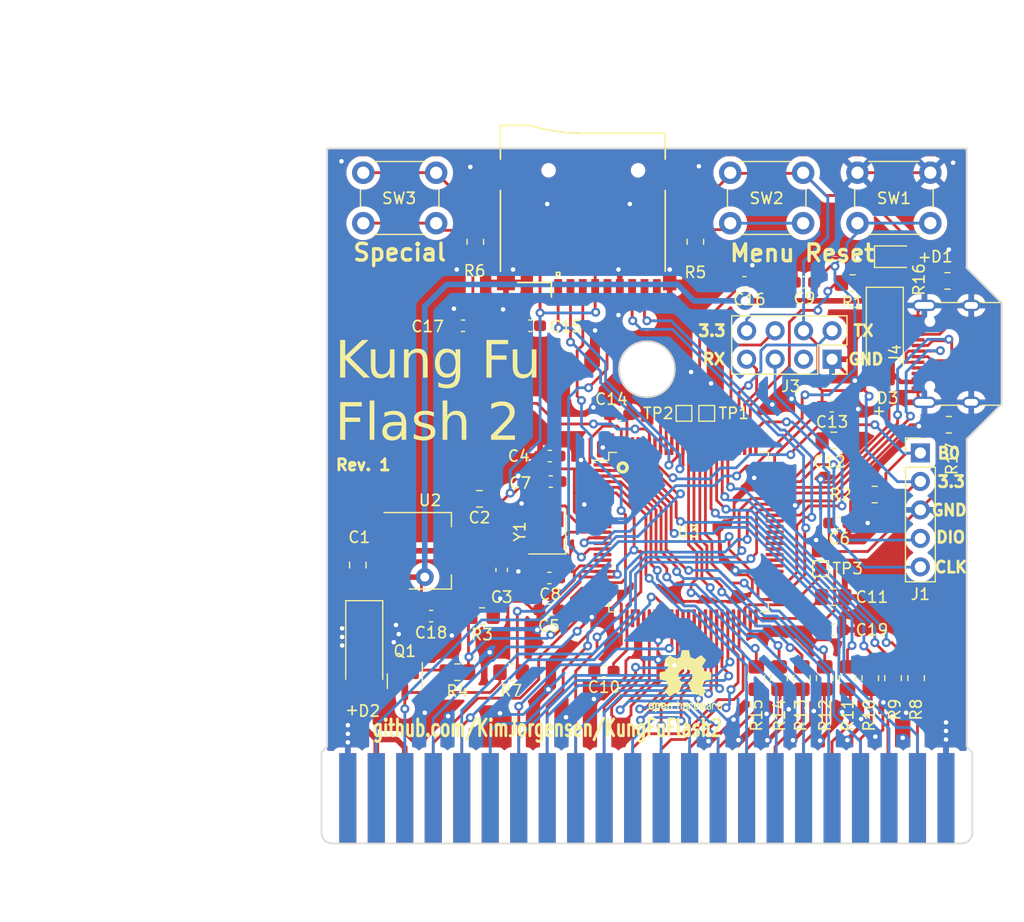
<source format=kicad_pcb>
(kicad_pcb (version 20221018) (generator pcbnew)
  (title_block (title "Kung Fu Flash 2") (date "2023-12-26") (rev "1"))
  (layers (0 "F.Cu" signal) (31 "B.Cu" signal) (34 "B.Paste" user) (35 "F.Paste" user) (36 "B.SilkS" user "B.Silkscreen") (37 "F.SilkS" user "F.Silkscreen") (38 "B.Mask" user) (39 "F.Mask" user) (44 "Edge.Cuts" user))
  (net 0 "")
  (net 1 "GND")
  (net 3 "/SD_CK")
  (net 4 "+3V3")
  (net 5 "/SD_D2")
  (net 6 "/SD_D3")
  (net 7 "/SD_CMD")
  (net 8 "/~{IRQ}")
  (net 9 "/R~{W}")
  (net 11 "/~{IO1}")
  (net 12 "/~{GAME}")
  (net 13 "/~{EXROM}")
  (net 14 "/~{IO2}")
  (net 15 "/~{ROML}")
  (net 16 "/CD7")
  (net 17 "/BA")
  (net 18 "+5V")
  (net 19 "/CD6")
  (net 20 "/CD5")
  (net 21 "/CD4")
  (net 22 "/CD3")
  (net 23 "/CD2")
  (net 24 "/CD1")
  (net 25 "/CD0")
  (net 26 "/A15")
  (net 27 "/A14")
  (net 28 "/A13")
  (net 29 "/A12")
  (net 30 "/A11")
  (net 31 "/A10")
  (net 32 "/~{ROMH}")
  (net 33 "/~{RESET}")
  (net 34 "/~{NMI}")
  (net 35 "/PHI2")
  (net 36 "/A4")
  (net 37 "/A3")
  (net 38 "/A2")
  (net 39 "/A1")
  (net 40 "/A0")
  (net 41 "/A7")
  (net 42 "/A6")
  (net 43 "/A5")
  (net 44 "/A8")
  (net 45 "/A9")
  (net 46 "/D2")
  (net 47 "/D3")
  (net 48 "/D1")
  (net 49 "/D0")
  (net 50 "/D4")
  (net 51 "/D5")
  (net 52 "/D7")
  (net 53 "/D6")
  (net 54 "Net-(U3-PH0)")
  (net 55 "/~{RST_O}")
  (net 56 "/BOOT0")
  (net 57 "Net-(U3-PH1)")
  (net 58 "/~{LED}")
  (net 59 "Net-(D2-K)")
  (net 60 "/~{RST}")
  (net 61 "/MENU")
  (net 62 "/SPECIAL")
  (net 63 "Net-(C11-Pad2)")
  (net 64 "/SD_D0")
  (net 65 "/SD_D1")
  (net 66 "/USB_DM")
  (net 67 "/USB_DP")
  (net 68 "/SWDIO")
  (net 69 "Net-(C12-Pad1)")
  (net 70 "/SWCLK")
  (net 71 "+5C")
  (net 72 "Net-(D1-K)")
  (net 73 "Net-(R5-Pad1)")
  (net 74 "Net-(R6-Pad1)")
  (net 75 "/W_RX")
  (net 77 "/W_PRG")
  (net 78 "/W_RST")
  (net 79 "/W_TX")
  (net 80 "Net-(Q1-B)")
  (net 81 "Net-(U3-PB5)")
  (net 82 "Net-(U3-PB6)")
  (net 83 "Net-(U3-PB13)")
  (net 93 "/~{DMA}")
  (net 107 "/~{RST_I}")
  (net 108 "Net-(J4-CC1)")
  (net 110 "Net-(J4-CC2)")
  (footprint "Button_Switch_THT:SW_PUSH_6mm_H8mm" (layer "F.Cu") (at 112.3315 70.3665)
    (fp_text reference "SW2")
    (fp_text value "Menu")
  )
  (footprint "Capacitor_SMD:C_0603_1608Metric_Pad1.08x0.95mm_HandSolder" (layer "F.Cu") (at 96.2395 95.631 180)
    (fp_text reference "C4")
    (fp_text value "100n")
  )
  (footprint "Capacitor_SMD:C_0603_1608Metric_Pad1.08x0.95mm_HandSolder" (layer "F.Cu") (at 96.1655 109.347 180)
    (fp_text reference "C5")
    (fp_text value "100n")
  )
  (footprint "Capacitor_SMD:C_0603_1608Metric_Pad1.08x0.95mm_HandSolder" (layer "F.Cu") (at 122.0205 101.6)
    (fp_text reference "C6")
    (fp_text value "100n")
  )
  (footprint "KungFuFlash2:C64-Cart" (layer "F.Cu") (at 75.688 130.059501)
    (fp_text reference "U1" hide)
    (fp_text value "C64-Exp-Port" hide)
  )
  (footprint "Capacitor_SMD:C_0603_1608Metric_Pad1.08x0.95mm_HandSolder" (layer "F.Cu") (at 96.20375 106.504)
    (fp_text reference "C8")
    (fp_text value "20p")
  )
  (footprint "Capacitor_SMD:C_0805_2012Metric_Pad1.18x1.45mm_HandSolder" (layer "F.Cu") (at 121.5605 94.234)
    (fp_text reference "C12")
    (fp_text value "2.2u")
  )
  (footprint "Capacitor_SMD:C_0603_1608Metric_Pad1.08x0.95mm_HandSolder" (layer "F.Cu") (at 96.32875 97.904)
    (fp_text reference "C7")
    (fp_text value "20p")
  )
  (footprint "Resistor_SMD:R_0805_2012Metric_Pad1.20x1.40mm_HandSolder" (layer "F.Cu") (at 125.206 99.06 180)
    (fp_text reference "R2")
    (fp_text value "10k")
  )
  (footprint "Capacitor_SMD:C_0805_2012Metric_Pad1.18x1.45mm_HandSolder" (layer "F.Cu") (at 121.5175 108.204 180)
    (fp_text reference "C11")
    (fp_text value "2.2u")
  )
  (footprint "Capacitor_SMD:C_0603_1608Metric_Pad1.08x0.95mm_HandSolder" (layer "F.Cu") (at 102.4625 91.948)
    (fp_text reference "C14")
    (fp_text value "100n")
  )
  (footprint "Capacitor_SMD:C_0603_1608Metric_Pad1.08x0.95mm_HandSolder" (layer "F.Cu") (at 121.3855 91.186)
    (fp_text reference "C13")
    (fp_text value "100n")
  )
  (footprint "LED_SMD:LED_0805_2012Metric_Pad1.15x1.40mm_HandSolder" (layer "F.Cu") (at 127.0545 77.851)
    (fp_text reference "D1")
    (fp_text value "LED")
  )
  (footprint "Button_Switch_THT:SW_PUSH_6mm_H8mm" (layer "F.Cu") (at 79.606 70.3665)
    (fp_text reference "SW3")
    (fp_text value "Special")
  )
  (footprint "KungFuFlash2:Conn_uSDcard" (layer "F.Cu") (at 99.184 70.1485 180)
    (fp_text reference "XS1")
    (fp_text value "uSD_push_push")
  )
  (footprint "Resistor_SMD:R_0805_2012Metric_Pad1.20x1.40mm_HandSolder" (layer "F.Cu") (at 89.5985 76.5265 -90)
    (fp_text reference "R6")
    (fp_text value "510R")
  )
  (footprint "Resistor_SMD:R_0805_2012Metric_Pad1.20x1.40mm_HandSolder" (layer "F.Cu") (at 87.9935 114.901)
    (fp_text reference "R4")
    (fp_text value "510R")
  )
  (footprint "Resistor_SMD:R_0805_2012Metric_Pad1.20x1.40mm_HandSolder" (layer "F.Cu") (at 90.1935 109.901 180)
    (fp_text reference "R3")
    (fp_text value "10k")
  )
  (footprint "Resistor_SMD:R_0805_2012Metric_Pad1.20x1.40mm_HandSolder" (layer "F.Cu") (at 123.2445 80.2005)
    (fp_text reference "R1")
    (fp_text value "510R")
  )
  (footprint "Package_TO_SOT_SMD:SOT-23" (layer "F.Cu") (at 83.312 115.713 -90)
    (fp_text reference "Q1")
    (fp_text value "BC817")
  )
  (footprint "Package_TO_SOT_SMD:SOT-223-3_TabPin2" (layer "F.Cu") (at 85.5595 104.0765)
    (fp_text reference "U2")
    (fp_text value "AMS1117-3.3")
  )
  (footprint "Capacitor_SMD:C_0805_2012Metric_Pad1.18x1.45mm_HandSolder" (layer "F.Cu") (at 79.121 105.3465 90)
    (fp_text reference "C1")
    (fp_text value "10u")
  )
  (footprint "Capacitor_SMD:C_0805_2012Metric_Pad1.18x1.45mm_HandSolder" (layer "F.Cu") (at 89.9705 99.441 180)
    (fp_text reference "C2")
    (fp_text value "10u")
  )
  (footprint "Capacitor_SMD:C_0603_1608Metric_Pad1.08x0.95mm_HandSolder" (layer "F.Cu") (at 118.9495 80.137 180)
    (fp_text reference "C9")
    (fp_text value "100n")
  )
  (footprint "Capacitor_SMD:C_0603_1608Metric_Pad1.08x0.95mm_HandSolder" (layer "F.Cu") (at 91.948 105.777 -90)
    (fp_text reference "C3")
    (fp_text value "100n")
  )
  (footprint "Capacitor_SMD:C_0603_1608Metric_Pad1.08x0.95mm_HandSolder" (layer "F.Cu") (at 94.502 84.0105 180)
    (fp_text reference "C15")
    (fp_text value "100n")
  )
  (footprint "Button_Switch_THT:SW_PUSH_6mm_H8mm" (layer "F.Cu") (at 123.675 70.358)
    (fp_text reference "SW1")
    (fp_text value "Reset")
  )
  (footprint "Capacitor_SMD:C_0603_1608Metric_Pad1.08x0.95mm_HandSolder" (layer "F.Cu") (at 113.5875 80.137)
    (fp_text reference "C16")
    (fp_text value "100n")
  )
  (footprint "Capacitor_SMD:C_0603_1608Metric_Pad1.08x0.95mm_HandSolder" (layer "F.Cu") (at 88.505 84.0105 180)
    (fp_text reference "C17")
    (fp_text value "100n")
  )
  (footprint "Resistor_SMD:R_0805_2012Metric_Pad1.20x1.40mm_HandSolder" (layer "F.Cu") (at 109.22 76.5265 -90)
    (fp_text reference "R5")
    (fp_text value "510R")
  )
  (footprint "Capacitor_SMD:C_0603_1608Metric_Pad1.08x0.95mm_HandSolder" (layer "F.Cu") (at 101.0655 114.808 180)
    (fp_text reference "C10")
    (fp_text value "100n")
  )
  (footprint "Package_QFP:LQFP-100_14x14mm_P0.5mm" (layer "F.Cu") (at 108.617 102.417)
    (fp_text reference "U3")
    (fp_text value "STM32H7B0VBTx")
  )
  (footprint "Resistor_SMD:R_0805_2012Metric_Pad1.20x1.40mm_HandSolder" (layer "F.Cu") (at 124.816 115.427 90)
    (fp_text reference "R10")
    (fp_text value "100R")
  )
  (footprint "Resistor_SMD:R_0805_2012Metric_Pad1.20x1.40mm_HandSolder" (layer "F.Cu") (at 122.784 115.427 90)
    (fp_text reference "R11")
    (fp_text value "100R")
  )
  (footprint "Crystal:Crystal_SMD_3225-4Pin_3.2x2.5mm" (layer "F.Cu") (at 96.012 102.362 90)
    (fp_text reference "Y1")
    (fp_text value "25 MHz")
  )
  (footprint "Resistor_SMD:R_0805_2012Metric_Pad1.20x1.40mm_HandSolder" (layer "F.Cu") (at 126.848 115.427 90)
    (fp_text reference "R9")
    (fp_text value "100R")
  )
  (footprint "TestPoint:TestPoint_Pad_1.0x1.0mm" (layer "F.Cu") (at 108.204 91.821)
    (fp_text reference "TP2")
    (fp_text value "~")
  )
  (footprint "Connector_USB:USB_C_Receptacle_XKB_U262-16XN-4BVC11" (layer "F.Cu") (at 132.746 86.518 90)
    (fp_text reference "J4")
    (fp_text value "USB_C_Receptacle_USB2.0")
  )
  (footprint "Resistor_SMD:R_0805_2012Metric_Pad1.20x1.40mm_HandSolder" (layer "F.Cu") (at 116.688 115.427 90)
    (fp_text reference "R14")
    (fp_text value "100R")
  )
  (footprint "Resistor_SMD:R_0805_2012Metric_Pad1.20x1.40mm_HandSolder" (layer "F.Cu") (at 120.752 115.427 90)
    (fp_text reference "R12")
    (fp_text value "100R")
  )
  (footprint "Resistor_SMD:R_0805_2012Metric_Pad1.20x1.40mm_HandSolder" (layer "F.Cu") (at 131.826 92.837 180)
    (fp_text reference "R17")
    (fp_text value "10k")
  )
  (footprint "TestPoint:TestPoint_Pad_1.0x1.0mm" (layer "F.Cu") (at 120.396 105.664)
    (fp_text reference "TP3")
    (fp_text value "~")
  )
  (footprint "Capacitor_SMD:C_0603_1608Metric_Pad1.08x0.95mm_HandSolder" (layer "F.Cu") (at 121.5125 111.125)
    (fp_text reference "C19")
    (fp_text value "100n")
  )
  (footprint "Resistor_SMD:R_0805_2012Metric_Pad1.20x1.40mm_HandSolder" (layer "F.Cu") (at 92.7935 114.901 180)
    (fp_text reference "R7")
    (fp_text value "510R")
  )
  (footprint "Resistor_SMD:R_0805_2012Metric_Pad1.20x1.40mm_HandSolder" (layer "F.Cu") (at 131.699 80.01 180)
    (fp_text reference "R16")
    (fp_text value "10k")
  )
  (footprint "Resistor_SMD:R_0805_2012Metric_Pad1.20x1.40mm_HandSolder" (layer "F.Cu") (at 118.72 115.427 90)
    (fp_text reference "R13")
    (fp_text value "100R")
  )
  (footprint "Symbol:OSHW-Logo2_7.3x6mm_SilkScreen" (layer "F.Cu") (at 108.331 115.697)
    (fp_text reference "REF**" hide)
    (fp_text value "OSHW-Logo2_7.3x6mm_SilkScreen" hide)
  )
  (footprint "Diode_SMD:D_SMA_Handsoldering" (layer "F.Cu") (at 126.111 85.09 -90)
    (fp_text reference "D3")
    (fp_text value "D_Schottky")
  )
  (footprint "TestPoint:TestPoint_Pad_1.0x1.0mm" (layer "F.Cu") (at 110.236 91.821)
    (fp_text reference "TP1")
    (fp_text value "~")
  )
  (footprint "Resistor_SMD:R_0805_2012Metric_Pad1.20x1.40mm_HandSolder" (layer "F.Cu") (at 114.656 115.427 90)
    (fp_text reference "R15")
    (fp_text value "100R")
  )
  (footprint "Resistor_SMD:R_0805_2012Metric_Pad1.20x1.40mm_HandSolder" (layer "F.Cu") (at 128.905 115.427 90)
    (fp_text reference "R8")
    (fp_text value "100R")
  )
  (footprint "Connector_PinSocket_2.54mm:PinSocket_2x04_P2.54mm_Vertical" (layer "F.Cu") (at 121.412 86.995 -90)
    (fp_text reference "J3")
    (fp_text value "Wifi")
  )
  (footprint "Connector_PinHeader_2.54mm:PinHeader_1x05_P2.54mm_Vertical" (layer "F.Cu") (at 129.286 95.3516)
    (fp_text reference "J1")
    (fp_text value "SWD")
  )
  (footprint "Diode_SMD:D_SMA_Handsoldering" (layer "F.Cu") (at 79.6925 113.034635 -90)
    (fp_text reference "D2")
    (fp_text value "D_Schottky")
  )
  (footprint "Capacitor_SMD:C_0603_1608Metric_Pad1.08x0.95mm_HandSolder" (layer "F.Cu") (at 85.656 109.901)
    (fp_text reference "C18")
    (fp_text value "100n")
  )
  (gr_circle (center 102.743 96.647) (end 103.143 96.647) (stroke (width 0.3)) (fill none) (layer "F.SilkS"))
  (gr_line (start 133.9215 122.047) (end 133.9215 129.2225) (stroke (width 0.15)) (layer "Edge.Cuts"))
  (gr_line (start 133.4135 68.199) (end 133.4135 78.867) (stroke (width 0.15)) (layer "Edge.Cuts"))
  (gr_line (start 133.4135 94.107) (end 133.4135 121.539) (stroke (width 0.15)) (layer "Edge.Cuts"))
  (gr_line (start 136.525 81.9785) (end 136.525 90.9955) (stroke (width 0.15)) (layer "Edge.Cuts"))
  (gr_circle (center 104.902 87.884) (end 102.4255 87.5665) (stroke (width 0.15)) (fill none) (layer "Edge.Cuts"))
  (gr_arc (start 133.9215 129.2225) (mid 133.642519 129.896019) (end 132.969 130.175) (stroke (width 0.15)) (layer "Edge.Cuts"))
  (gr_line (start 75.8825 129.2225) (end 75.8825 122.047) (stroke (width 0.15)) (layer "Edge.Cuts"))
  (gr_line (start 136.525 90.9955) (end 133.4135 94.107) (stroke (width 0.15)) (layer "Edge.Cuts"))
  (gr_line (start 76.3905 121.539) (end 76.3905 68.199) (stroke (width 0.15)) (layer "Edge.Cuts"))
  (gr_line (start 133.4135 78.867) (end 136.525 81.9785) (stroke (width 0.15)) (layer "Edge.Cuts"))
  (gr_arc (start 76.835 130.175) (mid 76.161481 129.896019) (end 75.8825 129.2225) (stroke (width 0.15)) (layer "Edge.Cuts"))
  (gr_line (start 75.8825 122.047) (end 76.3905 121.539) (stroke (width 0.15)) (layer "Edge.Cuts"))
  (gr_line (start 132.969 130.175) (end 76.835 130.175) (stroke (width 0.15)) (layer "Edge.Cuts"))
  (gr_line (start 76.3905 68.199) (end 133.4135 68.199) (stroke (width 0.15)) (layer "Edge.Cuts"))
  (gr_line (start 133.9215 122.047) (end 133.4135 121.539) (stroke (width 0.15)) (layer "Edge.Cuts"))
  (gr_text "github.com/KimJorgensen/KungFuFlash2" (at 96.012 119.888) (layer "F.SilkS") (effects (font (size 1.5 1) (thickness 0.25))))
  (gr_text "CLK" (at 130.429 105.537) (layer "F.SilkS") (effects (font (size 1 1) (thickness 0.25) bold) (justify left)))
  (gr_text "Rev. 1" (at 79.6036 96.4184) (layer "F.SilkS") (effects (font (size 1 1) (thickness 0.25))))
  (gr_text "GND" (at 130.175 100.457) (layer "F.SilkS") (effects (font (size 1 1) (thickness 0.25) bold) (justify left)))
  (gr_text "+" (at 78.613 118.237) (layer "F.SilkS") (effects (font (size 1 1))))
  (gr_text "DIO" (at 130.556 102.87) (layer "F.SilkS") (effects (font (size 1 1) (thickness 0.25) bold) (justify left)))
  (gr_text "3.3" (at 109.347 84.455) (layer "F.SilkS") (effects (font (size 1 1) (thickness 0.25) bold) (justify left)))
  (gr_text "GND" (at 122.742 86.995) (layer "F.SilkS") (effects (font (size 1 1) (thickness 0.25) bold) (justify left)))
  (gr_text "3.3" (at 130.683 97.917) (layer "F.SilkS") (effects (font (size 1 1) (thickness 0.25) bold) (justify left)))
  (gr_text locked "Kung Fu\nFlash 2" (at 77.089 94.742) (layer "F.SilkS") (effects (font (size 3.3 3.3)) (justify left bottom)))
  (gr_text "+" (at 125.603 91.567) (layer "F.SilkS") (effects (font (size 1 1))))
  (gr_text "Reset" (at 118.8085 77.5335) (layer "F.SilkS") (effects (font (size 1.5 1.5) (thickness 0.3)) (justify left)))
  (gr_text "Special" (at 78.5495 77.47) (layer "F.SilkS") (effects (font (size 1.5 1.5) (thickness 0.3)) (justify left)))
  (gr_text "TX" (at 123.19 84.455) (layer "F.SilkS") (effects (font (size 1 1) (thickness 0.25) bold) (justify left)))
  (gr_text "B0" (at 130.683 95.377) (layer "F.SilkS") (effects (font (size 1 1) (thickness 0.25) bold) (justify left)))
  (gr_text "Menu" (at 112.141 77.5335) (layer "F.SilkS") (effects (font (size 1.5 1.5) (thickness 0.3)) (justify left)))
  (gr_text "RX" (at 109.728 86.995) (layer "F.SilkS") (effects (font (size 1 1) (thickness 0.25) bold) (justify left)))
  (gr_text "+" (at 129.667 77.851) (layer "F.SilkS") (effects (font (size 1 1))))
  (segment (start 94.696 109.301) (end 95.2225 109.301) (width 0.25) (layer "F.Cu") (net 1))
  (segment (start 114.3 107.696) (end 113.411 108.585) (width 0.25) (layer "F.Cu") (net 1))
  (segment (start 119.7864 119.0752) (end 117.9068 120.9548) (width 0.25) (layer "F.Cu") (net 1))
  (segment (start 92.964 78.994) (end 92.202 79.756) (width 0.25) (layer "F.Cu") (net 1))
  (segment (start 99.314 100.154685) (end 99.314 99.949) (width 0.25) (layer "F.Cu") (net 1))
  (segment (start 123.063 100.457) (end 123.063 101.166) (width 0.25) (layer "F.Cu") (net 1))
  (segment (start 108.839 88.138) (end 108.839 88.773) (width 0.25) (layer "F.Cu") (net 1))
  (segment (start 129.641 90.838) (end 129.076 90.273) (width 0.25) (layer "F.Cu") (net 1))
  (segment (start 92.1665 82.55) (end 93.627 84.0105) (width 0.25) (layer "F.Cu") (net 1))
  (segment (start 129.076 83.168) (end 129.076 82.763) (width 0.25) (layer "F.Cu") (net 1))
  (segment (start 128.016 120.4468) (end 127.7112 120.7516) (width 0.25) (layer "F.Cu") (net 1))
  (segment (start 122.7836 120.9548) (end 122.779301 120.959099) (width 0.25) (layer "F.Cu") (net 1))
  (segment (start 118.0745 80.137) (end 114.26591 80.137) (width 0.25) (layer "F.Cu") (net 1))
  (segment (start 86.5185 109.901) (end 86.5185 111.383203) (width 0.25) (layer "F.Cu") (net 1))
  (segment (start 103.378 73.152) (end 103.886 73.152) (width 0.25) (layer "F.Cu") (net 1))
  (segment (start 99.0225 95.7205) (end 98.044 94.742) (width 0.25) (layer "F.Cu") (net 1))
  (segment (start 131.572 101.473) (end 130.556 100.457) (width 0.25) (layer "F.Cu") (net 1))
  (segment (start 114.919 96.917) (end 114.465375 97.370625) (width 0.25) (layer "F.Cu") (net 1))
  (segment (start 102.8192 90.4748) (end 100.9396 90.4748) (width 0.25) (layer "F.Cu") (net 1))
  (segment (start 118.5092 99.626) (end 118.2624 99.8728) (width 0.25) (layer "F.Cu") (net 1))
  (segment (start 108.839 88.773) (end 105.664 91.948) (width 0.25) (layer "F.Cu") (net 1))
  (segment (start 106.553 68.7705) (end 108.5215 68.7705) (width 0.25) (layer "F.Cu") (net 1))
  (segment (start 102.484 81.1565) (end 102.484 79.116) (width 0.25) (layer "F.Cu") (net 1))
  (segment (start 113.1316 120.9548) (end 113.0635 120.9548) (width 0.25) (layer "F.Cu") (net 1))
  (segment (start 123.063 98.173792) (end 128.399792 92.837) (width 0.25) (layer "F.Cu") (net 1))
  (segment (start 131.572 120.904) (end 131.572 119.38) (width 0.25) (layer "F.Cu") (net 1))
  (segment (start 131.826 77.216) (end 132.207 76.835) (width 0.25) (layer "F.Cu") (net 1))
  (segment (start 111.3536 104.4001) (end 111.3536 102.3874) (width 0.25) (layer "F.Cu") (net 1))
  (segment (start 91.434 68.84) (end 91.434 70.5485) (width 0.25) (layer "F.Cu") (net 1))
  (segment (start 123.2916 99.06) (end 122.176792 99.06) (width 0.25) (layer "F.Cu") (net 1))
  (segment (start 78.0505 104.3215) (end 77.724 104.648) (width 0.25) (layer "F.Cu") (net 1))
  (segment (start 116.292 96.917) (end 114.919 96.917) (width 0.25) (layer "F.Cu") (net 1))
  (segment (start 124.586302 94.741302) (end 126.492 92.835604) (width 0.25) (layer "F.Cu") (net 1))
  (segment (start 95.123 111.125) (end 95.303 110.945) (width 0.25) (layer "F.Cu") (net 1))
  (segment (start 108.5215 68.7705) (end 122.2145 68.7705) (width 0.25) (layer "F.Cu") (net 1))
  (segment (start 123.802 70.358) (end 130.302 70.358) (width 0.25) (layer "F.Cu") (net 1))
  (segment (start 124.586302 94.741302) (end 121.360604 97.967) (width 0.25) (layer "F.Cu") (net 1))
  (segment (start 102.484 81.6025) (end 102.484 80.6485) (width 0.25) (layer "F.Cu") (net 1))
  (segment (start 102.362 83.058) (end 102.484 82.936) (width 0.25) (layer "F.Cu") (net 1))
  (segment (start 95.377 108.077) (end 95.377 106.53975) (width 0.25) (layer "F.Cu") (net 1))
  (segment (start 87.503 111.633) (end 87.378203 111.508203) (width 0.25) (layer "F.Cu") (net 1))
  (segment (start 103.117 94.742) (end 103.117 92.156) (width 0.25) (layer "F.Cu") (net 1))
  (segment (start 82.32345 112.23195) (end 82.32345 114.62445) (width 0.25) (layer "F.Cu") (net 1))
  (segment (start 103.325 90.9806) (end 102.8192 90.4748) (width 0.25) (layer "F.Cu") (net 1))
  (segment (start 122.555 111.379) (end 121.92 112.014) (width 0.25) (layer "F.Cu") (net 1))
  (segment (start 124.0028 119.0752) (end 124.0028 119.7356) (width 0.25) (layer "F.Cu") (net 1))
  (segment (start 131.568 120.908) (end 131.572 120.904) (width 0.25) (layer "F.Cu") (net 1))
  (segment (start 78.232 68.7705) (end 77.6605 69.342) (width 0.25) (layer "F.Cu") (net 1))
  (segment (start 131.572 119.38) (end 131.572 101.473) (width 0.25) (layer "F.Cu") (net 1))
  (segment (start 92.075 108.585) (end 93.98 108.585) (width 0.25) (layer "F.Cu") (net 1))
  (segment (start 100.9396 90.4748) (end 100.1268 91.2876) (width 0.25) (layer "F.Cu") (net 1))
  (segment (start 101.7524 118.7196) (end 102.108 119.0752) (width 0.25) (layer "F.Cu") (net 1))
  (segment (start 90.2335 68.7705) (end 78.232 68.7705) (width 0.25) (layer "F.Cu") (net 1))
  (segment (start 95.303 110.945) (end 95.303 109.347) (width 0.25) (layer "F.Cu") (net 1))
  (segment (start 131.5085 68.7705) (end 132.207 69.469) (width 0.25) (layer "F.Cu") (net 1))
  (segment (start 114.45 79.271) (end 114.45 80.137) (width 0.25) (layer "F.Cu") (net 1))
  (segment (start 87.0204 118.8212) (end 87.1728 118.8212) (width 0.25) (layer "F.Cu") (net 1))
  (segment (start 91.821 108.331) (end 92.075 108.585) (width 0.25) (layer "F.Cu") (net 1))
  (segment (start 96.012 73.152) (end 93.9165 71.0565) (width 0.25) (layer "F.Cu") (net 1))
  (segment (start 77.724 112.522) (end 77.724 118.560315) (width 0.25) (layer "F.Cu") (net 1))
  (segment (start 108.5215 68.7705) (end 109.5375 69.7865) (width 0.25) (layer "F.Cu") (net 1))
  (segment (start 122.555 106.934) (end 122.555 111.379) (width 0.25) (layer "F.Cu") (net 1))
  (segment (start 123.7355 91.44) (end 123.4815 91.186) (width 0.25) (layer "F.Cu") (net 1))
  (segment (start 101.0412 117.2972) (end 103.0224 115.316) (width 0.25) (layer "F.Cu") (net 1))
  (segment (start 103.3272 113.5888) (end 104.2924 113.5888) (width 0.25) (layer "F.Cu") (net 1))
  (segment (start 129.032 100.457) (end 122.555 106.934) (width 0.25) (layer "F.Cu") (net 1))
  (segment (start 100.203 114.808) (end 100.203 117.2718) (width 0.25) (layer "F.Cu") (net 1))
  (segment (start 113.858987 106.219689) (end 114.3 106.660702) (width 0.25) (layer "F.Cu") (net 1))
  (segment (start 114.117 111.45) (end 114.117 110.092) (width 0.25) (layer "F.Cu") (net 1))
  (segment (start 93.4345 97.3825) (end 90.768 97.3825) (width 0.25) (layer "F.Cu") (net 1))
  (segment (start 96.862 102.02) (end 96.52 102.362) (width 0.25) (layer "F.Cu") (net 1))
  (segment (start 105.918 115.495196) (end 105.918 113.789434) (width 0.25) (layer "F.Cu") (net 1))
  (segment (start 125.3744 120.5992) (end 125.3236 120.65) (width 0.25) (layer "F.Cu") (net 1))
  (segment (start 111.3536 102.3874) (end 112.677351 101.063649) (width 0.25) (layer "F.Cu") (net 1))
  (segment (start 85.09 118.5164) (end 86.614 118.5164) (width 0.25) (layer "F.Cu") (net 1))
  (segment (start 103.117 94.742) (end 103.117 95.607685) (width 0.25) (layer "F.Cu") (net 1))
  (segment (start 104.2924 113.5888) (end 104.634602 113.931002) (width 0.25) (layer "F.Cu") (net 1))
  (segment (start 121.412 86.995) (end 123.19 88.773) (width 0.25) (layer "F.Cu") (net 1))
  (segment (start 90.768 97.3825) (end 88.5825 99.568) (width 0.25) (layer "F.Cu") (net 1))
  (segment (start 99.986 111.166995) (end 96.1136 115.039395) (width 0.25) (layer "F.Cu") (net 1))
  (segment (start 100.076315 100.917) (end 99.314 100.154685) (width 0.25) (layer "F.Cu") (net 1))
  (segment (start 112.8715 105.918) (end 112.8715 106.188189) (width 0.25) (layer "F.Cu") (net 1))
  (segment (start 100.203 114.808) (end 102.617 112.394) (width 0.25) (layer "F.Cu") (net 1))
  (segment (start 130.556 100.457) (end 129.032 100.457) (width 0.25) (layer "F.Cu") (net 1))
  (segment (start 114.935 77.978) (end 123.698 77.978) (width 0.25) (layer "F.Cu") (net 1))
  (segment (start 101.981 95.885) (end 100.965 94.869) (width 0.25) (layer "F.Cu") (net 1))
  (segment (start 106.934 83.439) (end 106.934 80.1485) (width 0.25) (layer "F.Cu") (net 1))
  (segment (start 82.4095 101.7765) (end 80.0875 101.7765) (width 0.25) (layer "F.Cu") (net 1))
  (segment (start 120.6705 97.967) (end 120.396 97.6925) (width 0.25) (layer "F.Cu") (net 1))
  (segment (start 128.016 118.5164) (end 128.016 120.4468) (width 0.25) (layer "F.Cu") (net 1))
  (segment (start 102.362 108.585) (end 102.617 108.84) (width 0.25) (layer "F.Cu") (net 1))
  (segment (start 128.399792 92.837) (end 129.032 92.837) (width 0.25) (layer "F.Cu") (net 1))
  (segment (start 85.1675 101.7765) (end 82.4095 101.7765) (width 0.25) (layer "F.Cu") (net 1))
  (segment (start 103.378 73.152) (end 96.012 73.152) (width 0.25) (layer "F.Cu") (net 1))
  (segment (start 123.063 100.457) (end 123.444 100.457) (width 0.25) (layer "F.Cu") (net 1))
  (segment (start 122.598 94.234) (end 124.079 94.234) (width 0.25) (layer "F.Cu") (net 1))
  (segment (start 118.2624 99.8728) (end 118.11 100.0252) (width 0.25) (layer "F.Cu") (net 1))
  (segment (start 98.924604 105.417) (end 98.425 105.916604) (width 0.25) (layer "F.Cu") (net 1))
  (segment (start 119.7864 118.364) (end 119.7864 119.0752) (width 0.25) (layer "F.Cu") (net 1))
  (segment (start 125.9404 120.0332) (end 125.3744 120.5992) (width 0.25) (layer "F.Cu") (net 1))
  (segment (start 97.027302 108.077) (end 95.377 108.077) (width 0.25) (layer "F.Cu") (net 1))
  (segment (start 123.063 99.06) (end 123.063 98.173792) (width 0.25) (layer "F.Cu") (net 1))
  (segment (start 123.19 88.773) (end 123.444 88.773) (width 0.25) (layer "F.Cu") (net 1))
  (segment (start 124.0028 119.7356) (end 122.7836 120.9548) (width 0.25) (layer "F.Cu") (net 1))
  (segment (start 125.988299 117.597701) (end 125.9404 117.6456) (width 0.25) (layer "F.Cu") (net 1))
  (segment (start 100.942 100.917) (end 100.076315 100.917) (width 0.25) (layer "F.Cu") (net 1))
  (segment (start 102.362 78.994) (end 106.934 78.994) (width 0.25) (layer "F.Cu") (net 1))
  (segment (start 129.076 90.273) (end 129.076 89.868) (width 0.25) (layer "F.Cu") (net 1))
  (segment (start 116.5352 90.5256) (end 116.078 90.9828) (width 0.25) (layer "F.Cu") (net 1))
  (segment (start 87.376 99.568) (end 85.1675 101.7765) (width 0.25) (layer "F.Cu") (net 1))
  (segment (start 102.839685 95.885) (end 101.981 95.885) (width 0.25) (layer "F.Cu") (net 1))
  (segment (start 124.206 99.06) (end 123.2916 99.06) (width 0.25) (layer "F.Cu") (net 1))
  (segment (start 129.076 82.763) (end 129.641 82.198) (width 0.25) (layer "F.Cu") (net 1))
  (segment (start 123.444 100.457) (end 124.587 101.6) (width 0.25) (layer "F.Cu") (net 1))
  (segment (start 102.484 82.936) (end 102.484 81.6025) (width 0.25) (layer "F.Cu") (net 1))
  (segment (start 112.677351 99.362399) (end 114.465375 97.574375) (width 0.25) (layer "F.Cu") (net 1))
  (segment (start 82.52168 111.261634) (end 82.768249 111.508203) (width 0.25) (layer "F.Cu") (net 1))
  (segment (start 115.57 118.618) (end 113.2332 120.9548) (width 0.25) (layer "F.Cu") (net 1))
  (segment (start 121.610792 99.626) (end 118.5092 99.626) (width 0.25) (layer "F.Cu") (net 1))
  (segment (start 96.1136 115.039395) (end 96.1136 116.4336) (width 0.25) (layer "F.Cu") (net 1))
  (segment (start 77.724 111.76) (end 77.724 112.522) (width 0.25) (layer "F.Cu") (net 1))
  (segment (start 126.492 92.835604) (end 126.492 91.186) (width 0.25) (layer "F.Cu") (net 1))
  (segment (start 87.6935 82.4865) (end 87.6935 83.947) (width 0.25) (layer "F.Cu") (net 1))
  (segment (start 114.3 111.633) (end 114.117 111.45) (width 0.25) (layer "F.Cu") (net 1))
  (segment (start 115.6378 120.9378) (end 117.5512 119.0244) (width 0.25) (layer "F.Cu") (net 1))
  (segment (start 96.012 94.742) (end 95.377 95.377) (width 0.25) (layer "F.Cu") (net 1))
  (segment (start 79.121 104.3215) (end 78.0505 104.3215) (width 0.25) (layer "F.Cu") (net 1))
  (segment (start 92.5068 109.0168) (end 92.5068 111.506) (width 0.25) (layer "F.Cu") (net 1))
  (segment (start 108.839 85.344) (end 106.934 83.439) (width 0.25) (layer "F.Cu") (net 1))
  (segment (start 112.903 106.219689) (end 113.858987 106.219689) (width 0.25) (layer "F.Cu") (net 1))
  (segment (start 106.934 78.994) (end 106.934 80.6565) (width 0.25) (layer "F.Cu") (net 1))
  (segment (start 114.3 106.660702) (end 114.3 107.696) (width 0.25) (layer "F.Cu") (net 1))
  (segment (start 123.2916 99.06) (end 123.063 99.06) (width 0.25) (layer "F.Cu") (net 1))
  (segment (start 110.6932 121.0564) (end 110.3884 121.0564) (width 0.25) (layer "F.Cu") (net 1))
  (segment (start 127.81 89.868) (end 129.076 89.868) (width 0.25) (layer "F.Cu") (net 1))
  (segment (start 98.425 106.679302) (end 97.027302 108.077) (width 0.25) (layer "F.Cu") (net 1))
  (segment (start 92.5068 111.506) (end 90.8812 113.1316) (width 0.25) (layer "F.Cu") (net 1))
  (segment (start 90.2335 68.7705) (end 89.154 69.85) (width 0.25) (layer "F.Cu") (net 1))
  (segment (start 121.92 112.014) (end 118.999 112.014) (width 0.25) (layer "F.Cu") (net 1))
  (segment (start 112.6236 119.126) (end 110.6932 121.0564) (width 0.25) (layer "F.Cu") (net 1))
  (segment (start 117.9068 120.9548) (end 117.9238 120.9718) (width 0.25) (layer "F.Cu") (net 1))
  (segment (start 86.5185 111.383203) (end 86.3935 111.508203) (width 0.25) (layer "F.Cu") (net 1))
  (segment (start 113.411 108.585) (end 107.9246 108.585) (width 0.25) (layer "F.Cu") (net 1))
  (segment (start 134.9819 85.1726) (end 135.001 85.1535) (width 0.25) (layer "F.Cu") (net 1))
  (segment (start 114.3 78.613) (end 114.935 77.978) (width 0.25) (layer "F.Cu") (net 1))
  (segment (start 123.063 99.06) (end 123.063 100.457) (width 0.25) (layer "F.Cu") (net 1))
  (segment (start 78.232 119.634) (end 78.232 121.158) (width 0.25) (layer "F.Cu") (net 1))
  (segment (start 98.425 105.916604) (end 98.425 106.679302) (width 0.25) (layer "F.Cu") (net 1))
  (segment (start 103.117 95.607685) (end 102.839685 95.885) (width 0.25) (layer "F.Cu") (net 1))
  (segment (start 118.999 112.014) (end 118.618 111.633) (width 0.25) (layer "F.Cu") (net 1))
  (segment (start 102.108 119.0752) (end 103.124 119.0752) (width 0.25) (layer "F.Cu") (net 1))
  (segment (start 93.9165 71.0565) (end 91.434 71.0565) (width 0.25) (layer "F.Cu") (net 1))
  (segment (start 78.232 119.068315) (end 78.232 119.634) (width 0.25) (layer "F.Cu") (net 1))
  (segment (start 102.617 112.394) (end 102.617 110.092) (width 0.25) (layer "F.Cu") (net 1))
  (segment (start 88.5825 99.568) (end 87.376 99.568) (width 0.25) (layer "F.Cu") (net 1))
  (segment (start 112.776 105.8225) (end 112.8715 105.918) (width 0.25) (layer "F.Cu") (net 1))
  (segment (start 101.7524 117.999095) (end 101.7524 118.7196) (width 0.25) (layer "F.Cu") (net 1))
  (segment (start 99.986 109.982) (end 100.965 109.982) (width 0.25) (layer "F.Cu") (net 1))
  (segment (start 95.377 108.077) (end 95.377 109.273) (width 0.25) (layer "F.Cu") (net 1))
  (segment (start 103.325 91.948) (end 103.325 90.9806) (width 0.25) (layer "F.Cu") (net 1))
  (segment (start 87.6935 82.4865) (end 87.6935 79.247998) (width 0.25) (layer "F.Cu") (net 1))
  (segment (start 102.484 79.116) (end 102.362 78.994) (width 0.25) (layer "F.Cu") (net 1))
  (segment (start 114.465375 97.370625) (end 114.465375 97.574375) (width 0.25) (layer "F.Cu") (net 1))
  (segment (start 108.839 88.138) (end 108.839 85.344) (width 0.25) (layer "F.Cu") (net 1))
  (segment (start 116.078 90.9828) (end 116.078 91.0336) (width 0.25) (layer "F.Cu") (net 1))
  (segment (start 123.4815 91.186) (end 122.248 91.186) (width 0.25) (layer "F.Cu") (net 1))
  (segment (start 86.9696 118.872) (end 87.0204 118.8212) (width 0.25) (layer "F.Cu") (net 1))
  (segment (start 100.942 105.417) (end 98.924604 105.417) (width 0.25) (layer "F.Cu") (net 1))
  (segment (start 79.248 102.616) (end 79.248 104.1945) (width 0.25) (layer "F.Cu") (net 1))
  (segment (start 125.3236 120.65) (end 125.2728 120.65) (width 0.25) (layer "F.Cu") (net 1))
  (segment (start 87.378203 111.508203) (end 85.3935 111.508203) (width 0.25) (layer "F.Cu") (net 1))
  (segment (start 123.063 101.166) (end 123.19 101.293) (width 0.25) (layer "F.Cu") (net 1))
  (segment (start 114.3 79.121) (end 114.45 79.271) (width 0.25) (layer "F.Cu") (net 1))
  (segment (start 103.4796 118.7196) (end 103.4796 117.933596) (width 0.25) (layer "F.Cu") (net 1))
  (segment (start 77.724 110.998) (end 77.724 111.76) (width 0.25) (layer "F.Cu") (net 1))
  (segment (start 117.8052 90.5256) (end 116.5352 90.5256) (width 0.25) (layer "F.Cu") (net 1))
  (segment (start 106.934 70.5485) (end 106.934 68.7705) (width 0.25) (layer "F.Cu") (net 1))
  (segment (start 104.634602 113.931002) (end 104.634602 115.116893) (width 0.25) (layer "F.Cu") (net 1))
  (segment (start 132.588 97.028) (end 129.159 100.457) (width 0.25) (layer "F.Cu") (net 1))
  (segment (start 103.124 119.0752) (end 103.4796 118.7196) (width 0.25) (layer "F.Cu") (net 1))
  (segment (start 91.5035 68.7705) (end 90.2335 68.7705) (width 0.25) (layer "F.Cu") (net 1))
  (segment (start 106.553 68.7705) (end 91.5035 68.7705) (width 0.25) (layer "F.Cu") (net 1))
  (segment (start 91.821 108.331) (end 92.5068 109.0168) (width 0.25) (layer "F.Cu") (net 1))
  (segment (start 103.0224 113.8936) (end 103.3272 113.5888) (width 0.25) (layer "F.Cu") (net 1))
  (segment (start 91.948 106.652) (end 92.701 106.652) (width 0.25) (layer "F.Cu") (net 1))
  (segment (start 107.9246 108.585) (end 107.061 107.7214) (width 0.25) (layer "F.Cu") (net 1))
  (segment (start 92.701 106.652) (end 93.435 105.918) (width 0.25) (layer "F.Cu") (net 1))
  (segment (start 121.360604 97.967) (end 120.6705 97.967) (width 0.25) (layer "F.Cu") (net 1))
  (segment (start 122.3131 118.4656) (end 122.3131 119.0377) (width 0.25) (layer "F.Cu") (net 1))
  (segment (start 125.9404 117.6456) (end 125.9404 120.0332) (width 0.25) (layer "F.Cu") (net 1))
  (segment (start 103.4796 117.933596) (end 105.918 115.495196) (width 0.25) (layer "F.Cu") (net 1))
  (segment (start 82.52168 110.695272) (end 82.52168 111.261634) (width 0.25) (layer "F.Cu") (net 1))
  (segment (start 99.986 109.982) (end 99.986 111.166995) (width 0.25) (layer "F.Cu") (net 1))
  (segment (start 126.492 91.186) (end 127.81 89.868) (width 0.25) (layer "F.Cu") (net 1))
  (segment (start 122.2145 68.7705) (end 123.802 70.358) (width 0.25) (layer "F.Cu") (net 1))
  (segment (start 95.46625 98.11875) (end 93.726 99.859) (width 0.25) (layer "F.Cu") (net 1))
  (segment (start 103.0224 115.316) (end 103.0224 113.8936) (width 0.25) (layer "F.Cu") (net 1))
  (segment (start 103.886 73.152) (end 105.9815 71.0565) (width 0.25) (layer "F.Cu") (net 1))
  (segment (start 123.444 88.9) (end 123.448299 88.904299) (width 0.25) (layer "F.Cu") (net 1))
  (segment (start 87.6935 79.247998) (end 87.9475 78.993998) (width 0.25) (layer "F.Cu") (net 1))
  (segment (start 100.1776 117.2972) (end 101.0412 117.2972) (width 0.25) (layer "F.Cu") (net 1))
  (segment (start 80.0875 101.7765) (end 79.248 102.616) (width 0.25) (layer "F.Cu") (net 1))
  (segment (start 86.3935 111.508203) (end 82.768249 111.508203) (width 0.25) (layer "F.Cu") (net 1))
  (segment (start 92.075 82.55) (end 92.1665 82.55) (width 0.25) (layer "F.Cu") (net 1))
  (segment (start 112.776 105.8225) (end 111.3536 104.4001) (width 0.25) (layer "F.Cu") (net 1))
  (segment (start 118.618 111.633) (end 114.3 111.633) (width 0.25) (layer "F.Cu") (net 1))
  (segment (start 93.98 108.585) (end 94.696 109.301) (width 0.25) (layer "F.Cu") (net 1))
  (segment (start 105.9815 71.0565) (end 106.934 71.0565) (width 0.25) (layer "F.Cu") (net 1))
  (segment (start 100.965 109.982) (end 102.362 108.585) (width 0.25) (layer "F.Cu") (net 1))
  (segment (start 132.207 76.835) (end 132.207 69.469) (width 0.25) (layer "F.Cu") (net 1))
  (segment (start 104.634602 115.116893) (end 101.7524 117.999095) (width 0.25) (layer "F.Cu") (net 1))
  (segment (start 113.2332 120.9548) (end 113.1316 120.9548) (width 0.25) (layer "F.Cu") (net 1))
  (segment (start 86.614 118.5164) (end 86.9696 118.872) (width 0.25) (layer "F.Cu") (net 1))
  (segment (start 96.52 102.362) (end 93.98 102.362) (width 0.25) (layer "F.Cu") (net 1))
  (segment (start 112.677351 101.063649) (end 112.677351 99.362399) (width 0.25) (layer "F.Cu") (net 1))
  (segment (start 124.079 94.234) (end 124.586302 94.741302) (width 0.25) (layer "F.Cu") (net 1))
  (segment (start 99.0225 95.982467) (end 99.0225 95.7205) (width 0.25) (layer "F.Cu") (net 1))
  (segment (start 131.568 126.121227) (end 131.568 120.908) (width 0.5) (layer "F.Cu") (net 1))
  (segment (start 102.484 81.0295) (end 102.484 81.6025) (width 0.25) (layer "F.Cu") (net 1))
  (segment (start 112.8715 106.188189) (end 112.903 106.219689) (width 0.25) (layer "F.Cu") (net 1))
  (segment (start 115.6378 120.9718) (end 115.6378 120.9378) (width 0.25) (layer "F.Cu") (net 1))
  (segment (start 78.228 121.162) (end 78.232 121.158) (width 0.25) (layer "F.Cu") (net 1))
  (segment (start 77.724 104.648) (end 77.724 110.998) (width 0.25) (layer "F.Cu") (net 1))
  (segment (start 114.3 78.613) (end 114.3 79.121) (width 0.25) (layer "F.Cu") (net 1))
  (segment (start 96.862 101.262) (end 96.862 102.02) (width 0.25) (layer "F.Cu") (net 1))
  (segment (start 98.044 94.742) (end 96.012 94.742) (width 0.25) (layer "F.Cu") (net 1))
  (segment (start 77.724 118.560315) (end 78.232 119.068315) (width 0.25) (layer "F.Cu") (net 1))
  (segment (start 106.934 68.7705) (end 106.553 68.7705) (width 0.25) (layer "F.Cu") (net 1))
  (segment (start 100.203 117.2718) (end 100.1776 117.2972) (width 0.25) (layer "F.Cu") (net 1))
  (segment (start 78.228 126.121227) (end 78.228 121.162) (width 0.5) (layer "F.Cu") (net 1))
  (segment (start 117.5512 119.0244) (end 117.5512 118.2116) (width 0.25) (layer "F.Cu") (net 1))
  (segment (start 102.617 108.84) (end 102.617 110.092) (width 0.25) (layer "F.Cu") (net 1))
  (segment (start 122.176792 99.06) (end 121.610792 99.626) (width 0.25) (layer "F.Cu") (net 1))
  (segment (start 122.3131 119.0377) (end 120.3452 121.0056) (width 0.25) (layer "F.Cu") (net 1))
  (segment (start 91.5035 68.7705) (end 91.434 68.84) (width 0.25) (layer "F.Cu") (net 1))
  (segment (start 105.664 91.948) (end 103.579 91.948) (width 0.25) (layer "F.Cu") (net 1))
  (segment (start 122.2145 68.7705) (end 131.5085 68.7705) (width 0.25) (layer "F.Cu") (net 1))
  (segment (start 123.444 88.773) (end 123.444 88.9) (width 0.25) (layer "F.Cu") (net 1))
  (via (at 108.839 88.138) (size 0.8) (drill 0.4) (layers "F.Cu" "B.Cu") (net 1))
  (via (at 123.448299 88.904299) (size 0.8) (drill 0.4) (layers "F.Cu" "B.Cu") (net 1))
  (via (at 82.768249 111.508203) (size 0.8) (drill 0.4) (layers "F.Cu" "B.Cu") (net 1))
  (via (at 103.378 73.152) (size 0.8) (drill 0.4) (layers "F.Cu" "B.Cu") (net 1))
  (via (at 105.918 113.789434) (size 0.8) (drill 0.4) (layers "F.Cu" "B.Cu") (net 1))
  (via (at 116.078 91.0336) (size 0.8) (drill 0.4) (layers "F.Cu" "B.Cu") (net 1))
  (via (at 96.1136 116.4336) (size 0.8) (drill 0.4) (layers "F.Cu" "B.Cu") (net 1))
  (via (at 117.9238 120.9718) (size 0.8) (drill 0.4) (layers "F.Cu" "B.Cu") (net 1))
  (via (at 112.6236 119.126) (size 0.8) (drill 0.4) (layers "F.Cu" "B.Cu") (net 1))
  (via (at 118.11 100.0252) (size 0.8) (drill 0.4) (layers "F.Cu" "B.Cu") (net 1))
  (via (at 105.918 112.0648) (size 0.8) (drill 0.4) (layers "F.Cu" "B.Cu") (net 1))
  (via (at 117.5512 118.2116) (size 0.8) (drill 0.4) (layers "F.Cu" "B.Cu") (net 1))
  (via (at 77.724 112.522) (size 0.8) (drill 0.4) (layers "F.Cu" "B.Cu") (net 1))
  (via (at 89.154 69.85) (size 0.8) (drill 0.4) (layers "F.Cu" "B.Cu") (net 1))
  (via (at 123.698 77.978) (size 0.8) (drill 0.4) (layers "F.Cu" "B.Cu") (net 1))
  (via (at 87.9475 78.993998) (size 0.8) (drill 0.4) (layers "F.Cu" "B.Cu") (net 1))
  (via (at 117.8052 90.5256) (size 0.8) (drill 0.4) (layers "F.Cu" "B.Cu") (net 1))
  (via (at 129.159 92.964) (size 0.8) (drill 0.4) (layers "F.Cu" "B.Cu") (net 1))
  (via (at 91.821 108.331) (size 0.8) (drill 0.4) (layers "F.Cu" "B.Cu") (net 1))
  (via (at 99.986 109.982) (size 0.8) (drill 0.4) (layers "F.Cu" "B.Cu") (net 1))
  (via (at 100.1268 91.2876) (size 0.8) (drill 0.4) (layers "F.Cu" "B.Cu") (net 1))
  (via (at 92.075 82.55) (size 0.8) (drill 0.4) (layers "F.Cu" "B.Cu") (net 1))
  (via (at 119.9896 103.124) (size 0.8) (drill 0.4) (layers "F.Cu" "B.Cu") (net 1))
  (via (at 122.3131 118.4656) (size 0.8) (drill 0.4) (layers "F.Cu" "B.Cu") (net 1))
  (via (at 132.207 69.469) (size 0.8) (drill 0.4) (layers "F.Cu" "B.Cu") (net 1))
  (via (at 102.362 83.058) (size 0.8) (drill 0.4) (layers "F.Cu" "B.Cu") (net 1))
  (via (at 127.7112 120.7516) (size 0.8) (drill 0.4) (layers "F.Cu" "B.Cu") (net 1))
  (via (at 77.6605 69.342) (size 0.8) (drill 0.4) (layers "F.Cu" "B.Cu") (net 1))
  (via (at 125.988299 117.597701) (size 0.8) (drill 0.4) (layers "F.Cu" "B.Cu") (net 1))
  (via (at 131.572 119.38) (size 0.8) (drill 0.4) (layers "F.Cu" "B.Cu") (net 1))
  (via (at 100.2792 84.4296) (size 0.8) (drill 0.4) (layers "F.Cu" "B.Cu") (net 1))
  (via (at 82.52168 110.695272) (size 0.8) (drill 0.4) (layers "F.Cu" "B.Cu") (net 1))
  (via (at 123.7355 91.44) (size 0.8) (drill 0.4) (layers "F.Cu" "B.Cu") (net 1))
  (via (at 78.232 121.158) (size 0.8) (drill 0.4) (layers "F.Cu" "B.Cu") (net 1))
  (via (at 115.57 118.618) (size 0.8) (drill 0.4) (layers "F.Cu" "B.Cu") (net 1))
  (via (at 100.1776 117.2972) (size 0.8) (drill 0.4) (layers "F.Cu" "B.Cu") (net 1))
  (via (at 91.7956 118.5672) (size 0.8) (drill 0.4) (layers "F.Cu" "B.Cu") (net 1))
  (via (at 109.5375 69.7865) (size 0.8) (drill 0.4) (layers "F.Cu" "B.Cu") (net 1))
  (via (at 113.0635 120.9548) (size 0.8) (drill 0.4) (layers "F.Cu" "B.Cu") (net 1))
  (via (at 93.4345 97.3825) (size 0.8) (drill 0.4) (layers "F.Cu" "B.Cu") (net 1))
  (via (at 120.3452 121.0056) (size 0.8) (drill 0.4) (layers "F.Cu" "B.Cu") (net 1))
  (via (at 115.6378 120.9718) (size 0.8) (drill 0.4) (layers "F.Cu" "B.Cu") (net 1))
  (via (at 100.965 94.869) (size 0.8) (drill 0.4) (layers "F.Cu" "B.Cu") (net 1))
  (via (at 87.6935 82.4865) (size 0.8) (drill 0.4) (layers "F.Cu" "B.Cu") (net 1))
  (via (at 114.3 78.613) (size 0.8) (drill 0.4) (layers "F.Cu" "B.Cu") (net 1))
  (via (at 77.724 111.76) (size 0.8) (drill 0.4) (layers "F.Cu" "B.Cu") (net 1))
  (via (at 87.1728 118.8212) (size 0.8) (drill 0.4) (layers "F.Cu" "B.Cu") (net 1))
  (via (at 92.964 78.994) (size 0.8) (drill 0.4) (layers "F.Cu" "B.Cu") (net 1))
  (via (at 77.724 110.998) (size 0.8) (drill 0.4) (layers "F.Cu" "B.Cu") (net 1))
  (via (at 112.776 105.8225) (size 0.8) (drill 0.4) (layers "F.Cu" "B.Cu") (net 1))
  (via (at 131.826 77.216) (size 0.8) (drill 0.4) (layers "F.Cu" "B.Cu") (net 1))
  (via (at 82.32345 112.23195) (size 0.8) (drill 0.4) (layers "F.Cu" "B.Cu") (net 1))
  (via (at 93.726 99.859) (size 0.8) (drill 0.4) (layers "F.Cu" "B.Cu") (net 1))
  (via (at 96.012 73.152) (size 0.8) (drill 0.4) (layers "F.Cu" "B.Cu") (net 1))
  (via (at 97.6884 118.9228) (size 0.8) (drill 0.4) (layers "F.Cu" "B.Cu") (net 1))
  (via (at 119.7864 118.364) (size 0.8) (drill 0.4) (layers "F.Cu" "B.Cu") (net 1))
  (via (at 128.016 118.5164) (size 0.8) (drill 0.4) (layers "F.Cu" "B.Cu") (net 1))
  (via (at 87.503 111.633) (size 0.8) (drill 0.4) (layers "F.Cu" "B.Cu") (net 1))
  (via (at 120.396 97.6925) (size 0.8) (drill 0.4) (layers "F.Cu" "B.Cu") (net 1))
  (via (at 131.572 120.142) (size 0.8) (drill 0.4) (layers "F.Cu" "B.Cu") (net 1))
  (via (at 78.232 119.634) (size 0.8) (drill 0.4) (layers "F.Cu" "B.Cu") (net 1))
  (via (at 99.314 99.949) (size 0.8) (drill 0.4) (layers "F.Cu" "B.Cu") (net 1))
  (via (at 85.09 118.5164) (size 0.8) (drill 0.4) (layers "F.Cu" "B.Cu") (net 1))
  (via (at 110.3884 121.0564) (size 0.8) (drill 0.4) (layers "F.Cu" "B.Cu") (net 1))
  (via (at 106.934 78.994) (size 0.8) (drill 0.4) (layers "F.Cu" "B.Cu") (net 1))
  (via (at 114.465375 97.574375) (size 0.8) (drill 0.4) (layers "F.Cu" "B.Cu") (net 1))
  (via (at 124.587 101.6) (size 0.8) (drill 0.4) (layers "F.Cu" "B.Cu") (net 1))
  (via (at 78.232 120.396) (size 0.8) (drill 0.4) (layers "F.Cu" "B.Cu") (net 1))
  (via (at 99.0225 95.982467) (size 0.8) (drill 0.4) (layers "F.Cu" "B.Cu") (net 1))
  (via (at 131.572 120.904) (size 0.8) (drill 0.4) (layers "F.Cu" "B.Cu") (net 1))
  (via (at 95.123 111.125) (size 0.8) (drill 0.4) (layers "F.Cu" "B.Cu") (net 1))
  (via (at 110.617 89.154) (size 0.8) (drill 0.4) (layers "F.Cu" "B.Cu") (net 1))
  (via (at 93.435 105.918) (size 0.8) (drill 0.4) (layers "F.Cu" "B.Cu") (net 1))
  (via (at 124.0028 119.0752) (size 0.8) (drill 0.4) (layers "F.Cu" "B.Cu") (net 1))
  (via (at 125.2728 120.65) (size 0.8) (drill 0.4) (layers "F.Cu" "B.Cu") (net 1))
  (via (at 102.362 78.994) (size 0.8) (drill 0.4) (layers "F.Cu" "B.Cu") (net 1))
  (via (at 122.779301 120.959099) (size 0.8) (drill 0.4) (layers "F.Cu" "B.Cu") (net 1))
  (via (at 90.8812 113.1316) (size 0.8) (drill 0.4) (layers "F.Cu" "B.Cu") (net 1))
  (segment (start 92.964 78.994) (end 92.964 76.2) (width 0.25) (layer "B.Cu") (net 1))
  (segment (start 99.314 99.949) (end 100.584 101.219) (width 0.25) (layer "B.Cu") (net 1))
  (segment (start 119.761 103.378) (end 119.253 103.378) (width 0.25) (layer "B.Cu") (net 1))
  (segment (start 112.6236 119.126) (end 111.991395 119.126) (width 0.25) (layer "B.Cu") (net 1))
  (segment (start 93.435 100.15) (end 93.435 105.918) (width 0.25) (layer "B.Cu") (net 1))
  (segment (start 78.232 120.396) (end 78.232 119.634) (width 0.25) (layer "B.Cu") (net 1))
  (segment (start 123.7355 91.44) (end 123.698 91.4025) (width 0.25) (layer "B.Cu") (net 1))
  (segment (start 117.6528 90.3732) (end 117.8052 90.5256) (width 0.25) (layer "B.Cu") (net 1))
  (segment (start 91.821 108.331) (end 91.1635 108.331) (width 0.25) (layer "B.Cu") (net 1))
  (segment (start 121.412 88.5444) (end 121.158 88.7984) (width 0.25) (layer "B.Cu") (net 1))
  (segment (start 97.6884 118.9228) (end 99.314 117.2972) (width 0.25) (layer "B.Cu") (net 1))
  (segment (start 118.11 100.0252) (end 117.9576 100.0252) (width 0.25) (layer "B.Cu") (net 1))
  (segment (start 95.25 111.125) (end 96.393 109.982) (width 0.25) (layer "B.Cu") (net 1))
  (segment (start 109.3216 111.6076) (end 109.3216 112.268) (width 0.25) (layer "B.Cu") (net 1))
  (segment (start 114.3 78.613) (end 113.919 78.994) (width 0.25) (layer "B.Cu") (net 1))
  (segment (start 131.568 126.121227) (end 131.568 120.908) (width 0.5) (layer "B.Cu") (net 1))
  (segment (start 122.3772 118.4656) (end 122.3131 118.4656) (width 0.25) (layer "B.Cu") (net 1))
  (segment (start 114.465375 98.590375) (end 114.465375 97.574375) (width 0.25) (layer "B.Cu") (net 1))
  (segment (start 107.1372 110.8456) (end 108.5596 110.8456) (width 0.25) (layer "B.Cu") (net 1))
  (segment (start 125.2728 120.65) (end 124.8664 120.65) (width 0.25) (layer "B.Cu") (net 1))
  (segment (start 101.6508 83.058) (end 100.2792 84.4296) (width 0.25) (layer "B.Cu") (net 1))
  (segment (start 115.57 120.904) (end 115.57 118.618) (width 0.25) (layer "B.Cu") (net 1))
  (segment (start 87.947502 78.994) (end 87.9475 78.993998) (width 0.25) (layer "B.Cu") (net 1))
  (segment (start 118.2624 88.7984) (end 117.6528 89.408) (width 0.25) (layer "B.Cu") (net 1))
  (segment (start 113.919 78.994) (end 106.934 78.994) (width 0.25) (layer "B.Cu") (net 1))
  (segment (start 103.251 101.219) (end 104.013 100.457) (width 0.25) (layer "B.Cu") (net 1))
  (segment (start 117.9576 100.0252) (end 115.506775 97.574375) (width 0.25) (layer "B.Cu") (net 1))
  (segment (start 121.158 88.7984) (end 118.2624 88.7984) (width 0.25) (layer "B.Cu") (net 1))
  (segment (start 103.378 77.978) (end 103.378 73.152) (width 0.25) (layer "B.Cu") (net 1))
  (segment (start 109.855 89.154) (end 110.617 89.154) (width 0.25) (layer "B.Cu") (net 1))
  (segment (start 120.396 97.6925) (end 120.396 102.743) (width 0.25) (layer "B.Cu") (net 1))
  (segment (start 85.09 118.5164) (end 85.4456 118.5164) (width 0.25) (layer "B.Cu") (net 1))
  (segment (start 77.724 112.522) (end 82.0334 112.522) (width 0.25) (layer "B.Cu") (net 1))
  (segment (start 93.4345 97.3825) (end 93.726 97.674) (width 0.25) (layer "B.Cu") (net 1))
  (segment (start 78.228 121.162) (end 78.232 121.158) (width 0.25) (layer "B.Cu") (net 1))
  (segment (start 125.9332 117.6528) (end 125.988299 117.597701) (width 0.25) (layer "B.Cu") (net 1))
  (segment (start 124.8664 120.65) (end 123.7234 119.507) (width 0.25) (layer "B.Cu") (net 1))
  (segment (start 77.724 110.998) (end 77.724 111.76) (width 0.25) (layer "B.Cu") (net 1))
  (segment (start 82.32345 111.953002) (end 82.32345 112.23195) (width 0.25) (layer "B.Cu") (net 1))
  (segment (start 131.064 77.978) (end 123.698 77.978) (width 0.25) (layer "B.Cu") (net 1))
  (segment (start 93.726 97.674) (end 93.726 99.859) (width 0.25) (layer "B.Cu") (net 1))
  (segment (start 99.06 99.695) (end 99.314 99.949) (width 0.25) (layer "B.Cu") (net 1))
  (segment (start 111.991395 119.126) (end 110.822995 117.9576) (width 0.25) (layer "B.Cu") (net 1))
  (segment (start 131.572 119.38) (end 130.7084 118.5164) (width 0.25) (layer "B.Cu") (net 1))
  (segment (start 122.682 118.4656) (end 122.3772 118.4656) (width 0.25) (layer "B.Cu") (net 1))
  (segment (start 108.5596 110.8456) (end 109.3216 111.6076) (width 0.25) (layer "B.Cu") (net 1))
  (segment (start 117.6528 89.408) (end 117.6528 90.3732) (width 0.25) (layer "B.Cu") (net 1))
  (segment (start 123.7234 119.507) (end 122.682 118.4656) (width 0.25) (layer "B.Cu") (net 1))
  (segment (start 92.0115 82.4865) (end 92.075 82.55) (width 0.25) (layer "B.Cu") (net 1))
  (segment (start 125.73 100.457) (end 129.3495 100.457) (width 0.25) (layer "B.Cu") (net 1))
  (segment (start 104.013 97.917) (end 100.965 94.869) (width 0.25) (layer "B.Cu") (net 1))
  (segment (start 117.9238 120.9718) (end 117.9238 118.5842) (width 0.25) (layer "B.Cu") (net 1))
  (segment (start 119.253 103.378) (end 114.465375 98.590375) (width 0.25) (layer "B.Cu") (net 1))
  (segment (start 105.918 112.0648) (end 107.1372 110.8456) (width 0.25) (layer "B.Cu") (net 1))
  (segment (start 77.724 111.76) (end 82.516452 111.76) (width 0.25) (layer "B.Cu") (net 1))
  (segment (start 99.06 96.019967) (end 99.06 99.695) (width 0.25) (layer "B.Cu") (net 1))
  (segment (start 100.584 101.219) (end 103.251 101.219) (width 0.25) (layer "B.Cu") (net 1))
  (segment (start 82.0334 112.522) (end 82.32345 112.23195) (width 0.25) (layer "B.Cu") (net 1))
  (segment (start 96.393 109.982) (end 99.986 109.982) (width 0.25) (layer "B.Cu") (net 1))
  (segment (start 124.587 101.6) (end 125.73 100.457) (width 0.25) (layer "B.Cu") (net 1))
  (segment (start 120.3452 121.0056) (end 120.3452 118.9228) (width 0.25) (layer "B.Cu") (net 1))
  (segment (start 102.362 83.058) (end 101.6508 83.058) (width 0.25) (layer "B.Cu") (net 1))
  (segment (start 130.175 100.457) (end 129.032 100.457) (width 0.25) (layer "B.Cu") (net 1))
  (segment (start 131.572 101.854) (end 130.175 100.457) (width 0.25) (layer "B.Cu") (net 1))
  (segment (start 121.412 86.995) (end 121.412 88.5444) (width 0.25) (layer "B.Cu") (net 1))
  (segment (start 113.0635 120.9548) (end 113.0635 119.5659) (width 0.25) (layer "B.Cu") (net 1))
  (segment (start 131.826 77.216) (end 131.064 77.978) (width 0.25) (layer "B.Cu") (net 1))
  (segment (start 91.899653 118.671253) (end 91.7956 118.5672) (width 0.25) (layer "B.Cu") (net 1))
  (segment (start 82.516452 111.76) (end 82.768249 111.508203) (width 0.25) (layer "B.Cu") (net 1))
  (segment (start 78.232 120.396) (end 78.232 121.158) (width 0.25) (layer "B.Cu") (net 1))
  (segment (start 108.0886 113.501) (end 109.3216 112.268) (width 0.25) (layer "B.Cu") (net 1))
  (segment (start 92.964 76.2) (end 96.012 73.152) (width 0.25) (layer "B.Cu") (net 1))
  (segment (start 120.396 102.743) (end 120.0023 103.1367) (width 0.25) (layer "B.Cu") (net 1))
  (segment (start 82.218952 110.998) (end 82.52168 110.695272) (width 0.25) (layer "B.Cu") (net 1))
  (segment (start 131.572 119.38) (end 131.572 101.854) (width 0.25) (layer "B.Cu") (net 1))
  (segment (start 131.568 120.908) (end 131.572 120.904) (width 0.25) (layer "B.Cu") (net 1))
  (segment (start 77.724 110.998) (end 82.218952 110.998) (width 0.25) (layer "B.Cu") (net 1))
  (segment (start 105.918 113.789434) (end 106.206434 113.501) (width 0.25) (layer "B.Cu") (net 1))
  (segment (start 78.228 126.121227) (end 78.228 121.162) (width 0.5) (layer "B.Cu") (net 1))
  (segment (start 96.1136 116.4336) (end 93.875947 118.671253) (width 0.25) (layer "B.Cu") (net 1))
  (segment (start 123.7234 119.507) (end 124.0028 119.2276) (width 0.25) (layer "B.Cu") (net 1))
  (segment (start 99.0225 95.982467) (end 99.06 96.019967) (width 0.25) (layer "B.Cu") (net 1))
  (segment (start 120.0023 103.1367) (end 119.9896 103.124) (width 0.25) (layer "B.Cu") (net 1))
  (segment (start 82.768249 111.508203) (end 82.32345 111.953002) (width 0.25) (layer "B.Cu") (net 1))
  (segment (start 125.9332 117.8052) (end 125.9332 117.6528) (width 0.25) (layer "B.Cu") (net 1))
  (segment (start 123.698 91.4025) (end 123.698 89.154) (width 0.25) (layer "B.Cu") (net 1))
  (segment (start 91.1635 108.331) (end 87.8615 111.633) (width 0.25) (layer "B.Cu") (net 1))
  (segment (start 131.572 120.904) (end 131.572 120.142) (width 0.25) (layer "B.Cu") (net 1))
  (segment (start 130.7084 118.5164) (end 128.016 118.5164) (width 0.25) (layer "B.Cu") (net 1))
  (segment (start 87.8615 111.633) (end 87.503 111.633) (width 0.25) (layer "B.Cu") (net 1))
  (segment (start 131.572 119.38) (end 131.572 120.142) (width 0.25) (layer "B.Cu") (net 1))
  (segment (start 113.0635 119.5659) (end 112.6236 119.126) (width 0.25) (layer "B.Cu") (net 1))
  (segment (start 90.8304 113.1316) (end 90.8812 113.1316) (width 0.25) (layer "B.Cu") (net 1))
  (segment (start 120.3452 118.9228) (end 119.7864 118.364) (width 0.25) (layer "B.Cu") (net 1))
  (segment (start 106.206434 113.501) (end 108.0886 113.501) (width 0.25) (layer "B.Cu") (net 1))
  (segment (start 115.506775 97.574375) (end 114.465375 97.574375) (width 0.25) (layer "B.Cu") (net 1))
  (segment (start 102.362 78.994) (end 103.378 77.978) (width 0.25) (layer "B.Cu") (net 1))
  (segment (start 85.4456 118.5164) (end 90.8304 113.1316) (width 0.25) (layer "B.Cu") (net 1))
  (segment (start 120.0023 103.1367) (end 119.761 103.378) (width 0.25) (layer "B.Cu") (net 1))
  (segment (start 102.362 78.994) (end 92.964 78.994) (width 0.25) (layer "B.Cu") (net 1))
  (segment (start 126.6444 118.5164) (end 125.9332 117.8052) (width 0.25) (layer "B.Cu") (net 1))
  (segment (start 115.6378 120.9718) (end 115.57 120.904) (width 0.25) (layer "B.Cu") (net 1))
  (segment (start 99.314 117.2972) (end 100.1776 117.2972) (width 0.25) (layer "B.Cu") (net 1))
  (segment (start 128.016 118.5164) (end 126.6444 118.5164) (width 0.25) (layer "B.Cu") (net 1))
  (segment (start 95.123 111.125) (end 95.25 111.125) (width 0.25) (layer "B.Cu") (net 1))
  (segment (start 104.013 100.457) (end 104.013 97.917) (width 0.25) (layer "B.Cu") (net 1))
  (segment (start 87.6935 82.4865) (end 92.0115 82.4865) (width 0.25) (layer "B.Cu") (net 1))
  (segment (start 123.698 89.154) (end 123.448299 88.904299) (width 0.25) (layer "B.Cu") (net 1))
  (segment (start 124.0028 119.2276) (end 124.0028 119.0752) (width 0.25) (layer "B.Cu") (net 1))
  (segment (start 93.435 100.15) (end 93.726 99.859) (width 0.25) (layer "B.Cu") (net 1))
  (segment (start 92.964 78.994) (end 87.947502 78.994) (width 0.25) (layer "B.Cu") (net 1))
  (segment (start 117.9238 118.5842) (end 117.5512 118.2116) (width 0.25) (layer "B.Cu") (net 1))
  (segment (start 108.839 88.138) (end 109.855 89.154) (width 0.25) (layer "B.Cu") (net 1))
  (segment (start 93.875947 118.671253) (end 91.899653 118.671253) (width 0.25) (layer "B.Cu") (net 1))
  (segment (start 99.055701 104.643701) (end 99.782402 103.917) (width 0.25) (layer "F.Cu") (net 3))
  (segment (start 99.782402 103.917) (end 100.942 103.917) (width 0.25) (layer "F.Cu") (net 3))
  (segment (start 101.346 87.884) (end 101.346 80.6865) (width 0.25) (layer "F.Cu") (net 3))
  (segment (start 99.695 89.535) (end 101.346 87.884) (width 0.25) (layer "F.Cu") (net 3))
  (via (at 99.055701 104.643701) (size 0.8) (drill 0.4) (layers "F.Cu" "B.Cu") (net 3))
  (via (at 99.695 89.535) (size 0.8) (drill 0.4) (layers "F.Cu" "B.Cu") (net 3))
  (segment (start 97.917 90.424) (end 97.917 103.505) (width 0.25) (layer "B.Cu") (net 3))
  (segment (start 97.917 103.505) (end 99.055701 104.643701) (width 0.25) (layer "B.Cu") (net 3))
  (segment (start 99.695 89.535) (end 98.806 89.535) (width 0.25) (layer "B.Cu") (net 3))
  (segment (start 98.806 89.535) (end 97.917 90.424) (width 0.25) (layer "B.Cu") (net 3))
  (segment (start 92.075 99.568) (end 90.9955 99.568) (width 0.25) (layer "F.Cu") (net 4))
  (segment (start 102.1555 98.917) (end 103.759 100.5205) (width 0.25) (layer "F.Cu") (net 4))
  (segment (start 103.750898 104.009712) (end 103.881186 104.14) (width 0.25) (layer "F.Cu") (net 4))
  (segment (start 126.6641 85.007) (end 124.797 85.007) (width 0.25) (layer "F.Cu") (net 4))
  (segment (start 100.284 82.758) (end 100.284 81.742) (width 0.25) (layer "F.Cu") (net 4))
  (segment (start 127.336 84.3351) (end 126.6641 85.007) (width 0.25) (layer "F.Cu") (net 4))
  (segment (start 97.028 108.7755) (end 97.028 109.347) (width 0.25) (layer "F.Cu") (net 4))
  (segment (start 127.635 78.2955) (end 127.635 80.772) (width 0.25) (layer "F.Cu") (net 4))
  (segment (start 101.6 92.964) (end 101.6 91.948) (width 0.25) (layer "F.Cu") (net 4))
  (segment (start 102.0165 106.417) (end 102.2615 106.172) (width 0.25) (layer "F.Cu") (net 4))
  (segment (start 105.8545 73.8505) (end 100.8205 78.8845) (width 0.25) (layer "F.Cu") (net 4))
  (segment (start 103.759 104.14) (end 104.361 104.14) (width 0.25) (layer "F.Cu") (net 4))
  (segment (start 124.714 90.17) (end 124.206 89.662) (width 0.25) (layer "F.Cu") (net 4))
  (segment (start 95.1865 96.774) (end 97.049 96.774) (width 0.25) (layer "F.Cu") (net 4))
  (segment (start 103.117 108.973) (end 103.117 110.092) (width 0.25) (layer "F.Cu") (net 4))
  (segment (start 121.158 103.6555) (end 121.6425 104.14) (width 0.25) (layer "F.Cu") (net 4))
  (segment (start 103.881186 104.14) (end 104.361 104.14) (width 0.25) (layer "F.Cu") (net 4))
  (segment (start 97.049 96.774) (end 98.425 96.774) (width 0.25) (layer "F.Cu") (net 4))
  (segment (start 100.926 98.933) (end 98.425 98.933) (width 0.25) (layer "F.Cu") (net 4))
  (segment (start 100.284 81.0295) (end 100.284 78.8845) (width 0.25) (layer "F.Cu") (net 4))
  (segment (start 89.59 73.8505) (end 92.0115 73.8505) (width 0.25) (layer "F.Cu") (net 4))
  (segment (start 121.6425 109.3705) (end 121.6425 104.14) (width 0.25) (layer "F.Cu") (net 4))
  (segment (start 102.235 92.964) (end 102.617 93.346) (width 0.25) (layer "F.Cu") (net 4))
  (segment (start 127.336 81.071) (end 127.336 84.3351) (width 0.25) (layer "F.Cu") (net 4))
  (segment (start 95.377 82.8675) (end 95.377 84.0105) (width 0.25) (layer "F.Cu") (net 4))
  (segment (start 100.284 81.742) (end 100.284 80.6485) (width 0.25) (layer "F.Cu") (net 4))
  (segment (start 116.292 96.417) (end 116.292 95.6075) (width 0.25) (layer "F.Cu") (net 4))
  (segment (start 120.65 110.363) (end 120.396 110.109) (width 0.25) (layer "F.Cu") (net 4))
  (segment (start 120.855 72.39) (end 124.333 72.39) (width 0.25) (layer "F.Cu") (net 4))
  (segment (start 90.932 104.0765) (end 91.1225 104.0765) (width 0.5) (layer "F.Cu") (net 4))
  (segment (start 100.33 82.804) (end 100.284 82.758) (width 0.25) (layer "F.Cu") (net 4))
  (segment (start 100.942 98.917) (end 102.1555 98.917) (width 0.25) (layer "F.Cu") (net 4))
  (segment (start 128.0795 77.851) (end 127.635 78.2955) (width 0.25) (layer "F.Cu") (net 4))
  (segment (start 100.942 101.417) (end 99.258 101.417) (width 0.25) (layer "F.Cu") (net 4))
  (segment (start 124.714 90.297) (end 124.714 90.17) (width 0.25) (layer "F.Cu") (net 4))
  (segment (start 82.4095 104.0765) (end 88.7095 104.0765) (width 0.5) (layer "F.Cu") (net 4))
  (segment (start 90.9935 105.3485) (end 90.9935 109.701) (width 0.25) (layer "F.Cu") (net 4))
  (segment (start 127.508 99.441) (end 129.032 97.917) (width 0.25) (layer "F.Cu") (net 4))
  (segment (start 97.102 96.192) (end 97.102 96.721) (width 0.25) (layer "F.Cu") (net 4))
  (segment (start 104.361 107.729) (end 103.117 108.973) (width 0.25) (layer "F.Cu") (net 4))
  (segment (start 120.65 110.363) (end 121.6425 109.3705) (width 0.25) (layer "F.Cu") (net 4))
  (segment (start 86.106 70.3665) (end 89.59 73.8505) (width 0.25) (layer "F.Cu") (net 4))
  (segment (start 92.0115 73.8505) (end 95.377 77.216) (width 0.25) (layer "F.Cu") (net 4))
  (segment (start 101.928 114.808) (end 101.928 114.1244) (width 0.25) (layer "F.Cu") (net 4))
  (segment (start 100.284 78.8845) (end 95.377 78.8845) (width 0.25) (layer "F.Cu") (net 4))
  (segment (start 120.65 110.871) (end 120.65 110.363) (width 0.25) (layer "F.Cu") (net 4))
  (segment (start 104.361 104.14) (end 104.361 107.729) (width 0.25) (layer "F.Cu") (net 4))
  (segment (start 91.44 104.902) (end 90.9935 105.3485) (width 0.25) (layer "F.Cu") (net 4))
  (segment (start 100.942 106.417) (end 102.0165 106.417) (width 0.25) (layer "F.Cu") (net 4))
  (segment (start 121.158 101.6) (end 121.158 103.6555) (width 0.25) (layer "F.Cu") (net 4))
  (segment (start 99.817 96.213272) (end 99.817 94.112) (width 0.25) (layer "F.Cu") (net 4))
  (segment (start 124.333 72.39) (end 128.0795 76.1365) (width 0.25) (layer "F.Cu") (net 4))
  (segment (start 99.817 94.112) (end 100.965 92.964) (width 0.25) (layer "F.Cu") (net 4))
  (segment (start 124.333 89.535) (end 124.079 89.789) (width 0.25) (layer "F.Cu") (net 4))
  (segment (start 91.1225 104.0765) (end 91.948 104.902) (width 0.5) (layer "F.Cu") (net 4))
  (segment (start 91.948 104.902) (end 91.44 104.902) (width 0.25) (layer "F.Cu") (net 4))
  (segment (start 99.256272 96.774) (end 99.817 96.213272) (width 0.25) (layer "F.Cu") (net 4))
  (segment (start 88.7095 104.0765) (end 90.932 104.0765) (width 0.5) (layer "F.Cu") (net 4))
  (segment (start 127.508 101.219) (end 127.508 99.441) (width 0.25) (layer "F.Cu") (net 4))
  (segment (start 112.4355 70.4215) (end 109.0065 73.8505) (width 0.25) (layer "F.Cu") (net 4))
  (segment (start 101.6 92.964) (end 102.235 92.964) (width 0.25) (layer "F.Cu") (net 4))
  (segment (start 98.942 106.417) (end 98.942 106.8615) (width 0.25) (layer "F.Cu") (net 4))
  (segment (start 128.0795 76.1365) (end 128.0795 77.851) (width 0.25) (layer "F.Cu") (net 4))
  (segment (start 112.4355 70.4215) (end 118.9355 70.4215) (width 0.25) (layer "F.Cu") (net 4))
  (segment (start 124.333 85.471) (end 124.333 89.535) (width 0.25) (layer "F.Cu") (net 4))
  (segment (start 99.258 101.417) (end 98.425 100.584) (width 0.25) (layer "F.Cu") (net 4))
  (segment (start 79.502 70.358) (end 86.002 70.358) (width 0.25) (layer "F.Cu") (net 4))
  (segment (start 100.942 106.417) (end 98.942 106.417) (width 0.25) (layer "F.Cu") (net 4))
  (segment (start 101.6 91.694) (end 101.6 92.964) (width 0.25) (layer "F.Cu") (net 4))
  (segment (start 120.142 85.725) (end 120.142 89.408) (width 0.25) (layer "F.Cu") (net 4))
  (segment (start 95.377 77.216) (end 95.377 82.8675) (width 0.25) (layer "F.Cu") (net 4))
  (segment (start 102.2615 106.172) (end 102.0065 105.917) (width 0.25) (layer "F.Cu") (net 4))
  (segment (start 98.425 100.584) (end 98.425 98.933) (width 0.25) (layer "F.Cu") (net 4))
  (segment (start 97.049 96.774) (end 97.102 96.721) (width 0.25) (layer "F.Cu") (net 4))
  (segment (start 120.523 89.789) (end 120.523 91.186) (width 0.25) (layer "F.Cu") (net 4))
  (segment (start 103.117 112.9354) (end 103.117 110.092) (width 0.25) (layer "F.Cu") (net 4))
  (segment (start 124.587 104.14) (end 127.508 101.219) (width 0.25) (layer "F.Cu") (net 4))
  (segment (start 120.65 111.125) (end 120.65 110.363) (width 0.25) (layer "F.Cu") (net 4))
  (segment (start 102.0065 105.917) (end 100.942 105.917) (width 0.25) (layer "F.Cu") (net 4))
  (segment (start 116.292 95.6075) (end 120.523 91.3765) (width 0.25) (layer "F.Cu") (net 4))
  (segment (start 101.928 114.1244) (end 103.117 112.9354) (width 0.25) (layer "F.Cu") (net 4))
  (segment (start 121.6425 104.14) (end 124.587 104.14) (width 0.25) (layer "F.Cu") (net 4))
  (segment (start 98.942 106.036) (end 98.942 106.417) (width 0.25) (layer "F.Cu") (net 4))
  (segment (start 97.102 96.192) (end 97.102 95.631) (width 0.25) (layer "F.Cu") (net 4))
  (segment (start 93.0275 98.933) (end 95.1865 96.774) (width 0.25) (layer "F.Cu") (net 4))
  (segment (start 92.71 98.933) (end 93.0275 98.933) (width 0.25) (layer "F.Cu") (net 4))
  (segment (start 100.942 105.917) (end 99.061 105.917) (width 0.25) (layer "F.Cu") (net 4))
  (segment (start 118.8315 70.3665) (end 120.855 72.39) (width 0.25) (layer "F.Cu") (net 4))
  (segment (start 98.425 96.774) (end 99.256272 96.774) (width 0.25) (layer "F.Cu") (net 4))
  (segment (start 127.635 80.772) (end 127.336 81.071) (width 0.25) (layer "F.Cu") (net 4))
  (segment (start 90.9955 104.013) (end 90.932 104.0765) (width 0.25) (layer "F.Cu") (net 4))
  (segment (start 100.284 81.0295) (end 100.284 81.742) (width 0.25) (layer "F.Cu") (net 4))
  (segment (start 102.617 93.346) (end 102.617 94.742) (width 0.25) (layer "F.Cu") (net 4))
  (segment (start 92.71 98.933) (end 92.075 99.568) (width 0.25) (layer "F.Cu") (net 4))
  (segment (start 99.061 105.917) (end 98.942 106.036) (width 0.25) (layer "F.Cu") (net 4))
  (segment (start 103.759 100.5205) (end 103.759 104.14) (width 0.25) (layer "F.Cu") (net 4))
  (segment (start 120.142 89.408) (end 120.523 89.789) (width 0.25) (layer "F.Cu") (net 4))
  (segment (start 98.425 98.933) (end 98.425 96.774) (width 0.25) (layer "F.Cu") (net 4))
  (segment (start 95.377 78.8845) (end 95.377 84.0105) (width 0.25) (layer "F.Cu") (net 4))
  (segment (start 124.079 89.789) (end 120.523 89.789) (width 0.25) (layer "F.Cu") (net 4))
  (segment (start 100.8205 78.8845) (end 100.284 78.8845) (width 0.25) (layer "F.Cu") (net 4))
  (segment (start 98.942 106.8615) (end 97.028 108.7755) (width 0.25) (layer "F.Cu") (net 4))
  (segment (start 100.965 92.964) (end 101.6 92.964) (width 0.25) (layer "F.Cu") (net 4))
  (segment (start 90.9955 104.013) (end 90.9955 99.568) (width 0.5) (layer "F.Cu") (net 4))
  (segment (start 120.396 110.109) (end 114.634 110.109) (width 0.25) (layer "F.Cu") (net 4))
  (segment (start 124.797 85.007) (end 124.333 85.471) (width 0.25) (layer "F.Cu") (net 4))
  (segment (start 118.872 84.455) (end 120.142 85.725) (width 0.25) (layer "F.Cu") (net 4))
  (segment (start 109.0065 73.8505) (end 105.8545 73.8505) (width 0.25) (layer "F.Cu") (net 4))
  (via (at 92.71 98.933) (size 0.8) (drill 0.4) (layers "F.Cu" "B.Cu") (net 4))
  (via (at 95.377 82.8675) (size 0.8) (drill 0.4) (layers "F.Cu" "B.Cu") (net 4))
  (via (at 100.33 82.804) (size 0.8) (drill 0.4) (layers "F.Cu" "B.Cu") (net 4))
  (via (at 124.714 90.297) (size 0.8) (drill 0.4) (layers "F.Cu" "B.Cu") (net 4))
  (via (at 102.2615 106.172) (size 0.8) (drill 0.4) (layers "F.Cu" "B.Cu") (net 4))
  (via (at 103.750898 104.009712) (size 0.8) (drill 0.4) (layers "F.Cu" "B.Cu") (net 4))
  (segment (start 124.714 90.297) (end 124.46 90.551) (width 0.25) (layer "B.Cu") (net 4))
  (segment (start 127.254 97.917) (end 129.032 97.917) (width 0.25) (layer "B.Cu") (net 4))
  (segment (start 103.750898 104.009712) (end 103.635288 104.009712) (width 0.25) (layer "B.Cu") (net 4))
  (segment (start 114.173 83.058) (end 118.872 83.058) (width 0.25) (layer "B.Cu") (net 4))
  (segment (start 113.792 84.455) (end 113.792 83.439) (width 0.25) (layer "B.Cu") (net 4))
  (segment (start 118.872 84.455) (end 118.872 83.058) (width 0.25) (layer "B.Cu") (net 4))
  (segment (start 100.2665 82.8675) (end 95.377 82.8675) (width 0.25) (layer "B.Cu") (net 4))
  (segment (start 118.872 83.058) (end 118.872 78.2828) (width 0.25) (layer "B.Cu") (net 4))
  (segment (start 100.33 82.804) (end 100.2665 82.8675) (width 0.25) (layer "B.Cu") (net 4))
  (segment (start 121.031 72.566) (end 118.8315 70.3665) (width 0.25) (layer "B.Cu") (net 4))
  (segment (start 95.377 94.234) (end 95.377 82.8675) (width 0.25) (layer "B.Cu") (net 4))
  (segment (start 121.031 76.1238) (end 121.031 72.566) (width 0.25) (layer "B.Cu") (net 4))
  (segment (start 92.71 98.933) (end 92.71 96.901) (width 0.25) (layer "B.Cu") (net 4))
  (segment (start 92.71 96.901) (end 95.377 94.234) (width 0.25) (layer "B.Cu") (net 4))
  (segment (start 118.872 78.2828) (end 121.031 76.1238) (width 0.25) (layer "B.Cu") (net 4))
  (segment (start 103.635288 104.009712) (end 102.2615 105.3835) (width 0.25) (layer "B.Cu") (net 4))
  (segment (start 102.2615 105.3835) (end 102.2615 106.172) (width 0.25) (layer "B.Cu") (net 4))
  (segment (start 124.46 90.551) (end 124.46 95.123) (width 0.25) (layer "B.Cu") (net 4))
  (segment (start 124.46 95.123) (end 127.254 97.917) (width 0.25) (layer "B.Cu") (net 4))
  (segment (start 113.792 83.439) (end 114.173 83.058) (width 0.25) (layer "B.Cu") (net 4))
  (segment (start 107.835702 96.772608) (end 108.117 96.49131) (width 0.25) (layer "F.Cu") (net 5))
  (segment (start 97.028 84.201) (end 96.984 84.157) (width 0.25) (layer "F.Cu") (net 5))
  (segment (start 96.984 84.157) (end 96.984 80.6485) (width 0.25) (layer "F.Cu") (net 5))
  (segment (start 108.117 96.49131) (end 108.117 94.742) (width 0.25) (layer "F.Cu") (net 5))
  (via (at 97.028 84.201) (size 0.8) (drill 0.4) (layers "F.Cu" "B.Cu") (net 5))
  (via (at 107.835702 96.772608) (size 0.8) (drill 0.4) (layers "F.Cu" "B.Cu") (net 5))
  (segment (start 101.219 88.898604) (end 107.835702 95.515306) (width 0.25) (layer "B.Cu") (net 5))
  (segment (start 101.219 87.2998) (end 101.219 88.898604) (width 0.25) (layer "B.Cu") (net 5))
  (segment (start 97.028 84.201) (end 98.1202 84.201) (width 0.25) (layer "B.Cu") (net 5))
  (segment (start 98.1202 84.201) (end 101.219 87.2998) (width 0.25) (layer "B.Cu") (net 5))
  (segment (start 107.835702 95.515306) (end 107.835702 96.772608) (width 0.25) (layer "B.Cu") (net 5))
  (segment (start 98.084 85.471) (end 98.084 80.6485) (width 0.25) (layer "F.Cu") (net 6))
  (segment (start 107.617 95.672806) (end 106.856202 96.433604) (width 0.25) (layer "F.Cu") (net 6))
  (segment (start 107.617 94.742) (end 107.617 95.672806) (width 0.25) (layer "F.Cu") (net 6))
  (via (at 98.084 85.471) (size 0.8) (drill 0.4) (layers "F.Cu" "B.Cu") (net 6))
  (via (at 106.856202 96.433604) (size 0.8) (drill 0.4) (layers "F.Cu" "B.Cu") (net 6))
  (segment (start 100.769 89.085) (end 106.856202 95.172202) (width 0.25) (layer "B.Cu") (net 6))
  (segment (start 98.171 85.471) (end 100.769 88.069) (width 0.25) (layer "B.Cu") (net 6))
  (segment (start 98.084 85.471) (end 98.171 85.471) (width 0.25) (layer "B.Cu") (net 6))
  (segment (start 106.856202 95.172202) (end 106.856202 96.433604) (width 0.25) (layer "B.Cu") (net 6))
  (segment (start 100.769 88.069) (end 100.769 89.085) (width 0.25) (layer "B.Cu") (net 6))
  (segment (start 102.606815 100.4945) (end 102.9865 100.874185) (width 0.25) (layer "F.Cu") (net 7))
  (segment (start 98.679 90.288402) (end 98.679 86.233) (width 0.25) (layer "F.Cu") (net 7))
  (segment (start 99.184 85.728) (end 99.184 80.6485) (width 0.25) (layer "F.Cu") (net 7))
  (segment (start 98.679 86.233) (end 99.184 85.728) (width 0.25) (layer "F.Cu") (net 7))
  (segment (start 102.9865 100.874185) (end 102.9865 106.5635) (width 0.25) (layer "F.Cu") (net 7))
  (segment (start 102.633 106.917) (end 100.942 106.917) (width 0.25) (layer "F.Cu") (net 7))
  (segment (start 99.064299 90.673701) (end 98.679 90.288402) (width 0.25) (layer "F.Cu") (net 7))
  (segment (start 102.9865 106.5635) (end 102.633 106.917) (width 0.25) (layer "F.Cu") (net 7))
  (via (at 99.064299 90.673701) (size 0.8) (drill 0.4) (layers "F.Cu" "B.Cu") (net 7))
  (via (at 102.606815 100.4945) (size 0.8) (drill 0.4) (layers "F.Cu" "B.Cu") (net 7))
  (segment (start 99.064299 90.673701) (end 99.064299 92.968299) (width 0.25) (layer "B.Cu") (net 7))
  (segment (start 99.064299 92.968299) (end 99.949 93.853) (width 0.25) (layer "B.Cu") (net 7))
  (segment (start 99.949 95.631) (end 102.606815 98.288815) (width 0.25) (layer "B.Cu") (net 7))
  (segment (start 99.949 93.853) (end 99.949 95.631) (width 0.25) (layer "B.Cu") (net 7))
  (segment (start 102.606815 98.288815) (end 102.606815 100.4945) (width 0.25) (layer "B.Cu") (net 7))
  (segment (start 89.8398 117.221) (end 85.848 121.2128) (width 0.25) (layer "F.Cu") (net 8))
  (segment (start 85.848 121.2128) (end 85.848 126.121227) (width 0.25) (layer "F.Cu") (net 8))
  (segment (start 99.347 107.917) (end 98.679 108.585) (width 0.25) (layer "F.Cu") (net 8))
  (segment (start 93.599 117.221) (end 89.8398 117.221) (width 0.25) (layer "F.Cu") (net 8))
  (segment (start 100.942 107.917) (end 99.347 107.917) (width 0.25) (layer "F.Cu") (net 8))
  (segment (start 95.25 113.666396) (end 95.25 115.57) (width 0.25) (layer "F.Cu") (net 8))
  (segment (start 95.25 115.57) (end 93.599 117.221) (width 0.25) (layer "F.Cu") (net 8))
  (segment (start 98.679 110.237396) (end 95.25 113.666396) (width 0.25) (layer "F.Cu") (net 8))
  (segment (start 98.679 108.585) (end 98.679 110.237396) (width 0.25) (layer "F.Cu") (net 8))
  (segment (start 88.388 119.7275) (end 88.388 126.121227) (width 0.25) (layer "F.Cu") (net 9))
  (segment (start 89.154 118.9615) (end 88.388 119.7275) (width 0.25) (layer "F.Cu") (net 9))
  (segment (start 105.283 108.204) (end 105.654695 108.204) (width 0.25) (layer "F.Cu") (net 9))
  (segment (start 106.617 109.166305) (end 106.617 110.092) (width 0.25) (layer "F.Cu") (net 9))
  (segment (start 105.654695 108.204) (end 106.617 109.166305) (width 0.25) (layer "F.Cu") (net 9))
  (via (at 89.154 118.9615) (size 0.8) (drill 0.4) (layers "F.Cu" "B.Cu") (net 9))
  (via (at 105.283 108.204) (size 0.8) (drill 0.4) (layers "F.Cu" "B.Cu") (net 9))
  (segment (start 105.283 108.204) (end 105.156 108.331) (width 0.25) (layer "B.Cu") (net 9))
  (segment (start 94.3235 113.792) (end 89.154 118.9615) (width 0.25) (layer "B.Cu") (net 9))
  (segment (start 105.156 108.331) (end 105.156 108.840396) (width 0.25) (layer "B.Cu") (net 9))
  (segment (start 105.156 108.840396) (end 100.204396 113.792) (width 0.25) (layer "B.Cu") (net 9))
  (segment (start 100.204396 113.792) (end 94.3235 113.792) (width 0.25) (layer "B.Cu") (net 9))
  (segment (start 107.117 112.5515) (end 107.117 110.092) (width 0.25) (layer "F.Cu") (net 11))
  (segment (start 93.472 120.523) (end 93.468 120.527) (width 0.25) (layer "F.Cu") (net 11))
  (segment (start 93.468 120.527) (end 93.468 126.121227) (width 0.25) (layer "F.Cu") (net 11))
  (segment (start 106.8925 112.776) (end 107.117 112.5515) (width 0.25) (layer "F.Cu") (net 11))
  (segment (start 93.472 117.946253) (end 93.472 120.523) (width 0.25) (layer "F.Cu") (net 11))
  (via (at 93.472 117.946253) (size 0.8) (drill 0.4) (layers "F.Cu" "B.Cu") (net 11))
  (via (at 106.8925 112.776) (size 0.8) (drill 0.4) (layers "F.Cu" "B.Cu") (net 11))
  (segment (start 97.176253 114.242) (end 93.472 117.946253) (width 0.25) (layer "B.Cu") (net 11))
  (segment (start 106.8417 112.8268) (end 102.2096 112.8268) (width 0.25) (layer "B.Cu") (net 11))
  (segment (start 106.8925 112.776) (end 106.8417 112.8268) (width 0.25) (layer "B.Cu") (net 11))
  (segment (start 102.2096 112.8268) (end 100.7944 114.242) (width 0.25) (layer "B.Cu") (net 11))
  (segment (start 100.7944 114.242) (end 97.176253 114.242) (width 0.25) (layer "B.Cu") (net 11))
  (segment (start 96.008 117.9616) (end 96.008 126.121227) (width 0.25) (layer "F.Cu") (net 12))
  (segment (start 99.6188 112.5595) (end 97.4344 114.7439) (width 0.25) (layer "F.Cu") (net 12))
  (segment (start 113.851851 103.064149) (end 113.848409 103.067591) (width 0.25) (layer "F.Cu") (net 12))
  (segment (start 114.586 99.917) (end 113.851851 100.651149) (width 0.25) (layer "F.Cu") (net 12))
  (segment (start 97.4344 116.5352) (end 96.008 117.9616) (width 0.25) (layer "F.Cu") (net 12))
  (segment (start 116.292 99.917) (end 114.586 99.917) (width 0.25) (layer "F.Cu") (net 12))
  (segment (start 97.4344 114.7439) (end 97.4344 116.5352) (width 0.25) (layer "F.Cu") (net 12))
  (segment (start 113.851851 100.651149) (end 113.851851 103.064149) (width 0.25) (layer "F.Cu") (net 12))
  (via (at 113.848409 103.067591) (size 0.8) (drill 0.4) (layers "F.Cu" "B.Cu") (net 12))
  (via (at 99.6188 112.5595) (size 0.8) (drill 0.4) (layers "F.Cu" "B.Cu") (net 12))
  (segment (start 102.986 108.088) (end 102.986 105.799208) (width 0.25) (layer "B.Cu") (net 12))
  (segment (start 104.587208 104.198) (end 111.868604 104.198) (width 0.25) (layer "B.Cu") (net 12))
  (segment (start 111.868604 104.198) (end 112.999013 103.067591) (width 0.25) (layer "B.Cu") (net 12))
  (segment (start 99.6188 112.5595) (end 99.6188 111.4552) (width 0.25) (layer "B.Cu") (net 12))
  (segment (start 99.6188 111.4552) (end 102.986 108.088) (width 0.25) (layer "B.Cu") (net 12))
  (segment (start 112.999013 103.067591) (end 113.848409 103.067591) (width 0.25) (layer "B.Cu") (net 12))
  (segment (start 102.986 105.799208) (end 104.587208 104.198) (width 0.25) (layer "B.Cu") (net 12))
  (segment (start 100.457 112.903) (end 98.548 114.812) (width 0.25) (layer "F.Cu") (net 13))
  (segment (start 113.127351 101.504045) (end 113.127351 100.486649) (width 0.25) (layer "F.Cu") (net 13))
  (segment (start 113.362146 104.061853) (end 113.123409 103.823116) (width 0.25) (layer "F.Cu") (net 13))
  (segment (start 113.127351 100.486649) (end 114.197 99.417) (width 0.25) (layer "F.Cu") (net 13))
  (segment (start 113.123409 101.507987) (end 113.127351 101.504045) (width 0.25) (layer "F.Cu") (net 13))
  (segment (start 113.123409 103.823116) (end 113.123409 101.507987) (width 0.25) (layer "F.Cu") (net 13))
  (segment (start 100.457 111.76) (end 100.457 112.903) (width 0.25) (layer "F.Cu") (net 13))
  (segment (start 98.548 114.812) (end 98.548 126.121227) (width 0.25) (layer "F.Cu") (net 13))
  (segment (start 114.197 99.417) (end 116.292 99.417) (width 0.25) (layer "F.Cu") (net 13))
  (via (at 100.457 111.76) (size 0.8) (drill 0.4) (layers "F.Cu" "B.Cu") (net 13))
  (via (at 113.362146 104.061853) (size 0.8) (drill 0.4) (layers "F.Cu" "B.Cu") (net 13))
  (segment (start 113.362146 104.061853) (end 112.775999 104.648) (width 0.25) (layer "B.Cu") (net 13))
  (segment (start 112.775999 104.648) (end 104.773604 104.648) (width 0.25) (layer "B.Cu") (net 13))
  (segment (start 103.436 108.908) (end 100.584 111.76) (width 0.25) (layer "B.Cu") (net 13))
  (segment (start 103.436 105.985604) (end 103.436 108.908) (width 0.25) (layer "B.Cu") (net 13))
  (segment (start 100.584 111.76) (end 100.457 111.76) (width 0.25) (layer "B.Cu") (net 13))
  (segment (start 104.773604 104.648) (end 103.436 105.985604) (width 0.25) (layer "B.Cu") (net 13))
  (segment (start 103.886 114.4645) (end 103.886 115.2144) (width 0.25) (layer "F.Cu") (net 14))
  (segment (start 103.886 115.2144) (end 101.346 117.7544) (width 0.25) (layer "F.Cu") (net 14))
  (segment (start 107.617 110.092) (end 107.617 114.043) (width 0.25) (layer "F.Cu") (net 14))
  (segment (start 101.346 117.7544) (end 101.3206 117.7544) (width 0.25) (layer "F.Cu") (net 14))
  (segment (start 101.3206 117.7544) (end 101.088 117.987) (width 0.25) (layer "F.Cu") (net 14))
  (segment (start 101.088 117.987) (end 101.088 126.121227) (width 0.25) (layer "F.Cu") (net 14))
  (segment (start 107.617 114.043) (end 107.36 114.3) (width 0.25) (layer "F.Cu") (net 14))
  (via (at 107.36 114.3) (size 0.8) (drill 0.4) (layers "F.Cu" "B.Cu") (net 14))
  (via (at 103.886 114.4645) (size 0.8) (drill 0.4) (layers "F.Cu" "B.Cu") (net 14))
  (segment (start 103.935434 114.513934) (end 107.146066 114.513934) (width 0.25) (layer "B.Cu") (net 14))
  (segment (start 103.886 114.4645) (end 103.935434 114.513934) (width 0.25) (layer "B.Cu") (net 14))
  (segment (start 107.146066 114.513934) (end 107.36 114.3) (width 0.25) (layer "B.Cu") (net 14))
  (segment (start 112.649 117.348) (end 113.484 116.513) (width 0.25) (layer "F.Cu") (net 15))
  (segment (start 113.484 113.216104) (end 113.117 112.849104) (width 0.25) (layer "F.Cu") (net 15))
  (segment (start 111.250604 117.348) (end 112.649 117.348) (width 0.25) (layer "F.Cu") (net 15))
  (segment (start 113.117 112.849104) (end 113.117 110.092) (width 0.25) (layer "F.Cu") (net 15))
  (segment (start 113.484 116.513) (end 113.484 113.216104) (width 0.25) (layer "F.Cu") (net 15))
  (segment (start 103.628 121.67) (end 104.9075 120.3905) (width 0.25) (layer "F.Cu") (net 15))
  (segment (start 108.208104 120.3905) (end 111.250604 117.348) (width 0.25) (layer "F.Cu") (net 15))
  (segment (start 103.628 126.121227) (end 103.628 121.67) (width 0.25) (layer "F.Cu") (net 15))
  (segment (start 104.9075 120.3905) (end 108.208104 120.3905) (width 0.25) (layer "F.Cu") (net 15))
  (segment (start 114.7445 118.1735) (end 114.7445 116.5155) (width 0.25) (layer "F.Cu") (net 16))
  (segment (start 111.248 121.67) (end 114.7445 118.1735) (width 0.25) (layer "F.Cu") (net 16))
  (segment (start 111.248 126.121227) (end 111.248 121.67) (width 0.25) (layer "F.Cu") (net 16))
  (segment (start 112.617 112.9855) (end 113.034 113.4025) (width 0.25) (layer "F.Cu") (net 17))
  (segment (start 106.168 121.797) (end 106.168 126.121227) (width 0.25) (layer "F.Cu") (net 17))
  (segment (start 111.1625 118.0725) (end 108.331 120.904) (width 0.25) (layer "F.Cu") (net 17))
  (segment (start 111.9632 118.0725) (end 111.1625 118.0725) (width 0.25) (layer "F.Cu") (net 17))
  (segment (start 113.034 115.82) (end 112.395 116.459) (width 0.25) (layer "F.Cu") (net 17))
  (segment (start 112.617 110.092) (end 112.617 112.9855) (width 0.25) (layer "F.Cu") (net 17))
  (segment (start 108.331 120.904) (end 107.061 120.904) (width 0.25) (layer "F.Cu") (net 17))
  (segment (start 113.034 113.4025) (end 113.034 115.82) (width 0.25) (layer "F.Cu") (net 17))
  (segment (start 107.061 120.904) (end 106.168 121.797) (width 0.25) (layer "F.Cu") (net 17))
  (via (at 111.9632 118.0725) (size 0.8) (drill 0.4) (layers "F.Cu" "B.Cu") (net 17))
  (via (at 112.395 116.459) (size 0.8) (drill 0.4) (layers "F.Cu" "B.Cu") (net 17))
  (segment (start 112.268 117.7677) (end 112.268 116.586) (width 0.25) (layer "B.Cu") (net 17))
  (segment (start 112.268 116.586) (end 112.395 116.459) (width 0.25) (layer "B.Cu") (net 17))
  (segment (start 111.9632 118.0725) (end 112.268 117.7677) (width 0.25) (layer "B.Cu") (net 17))
  (segment (start 79.6925 119.8245) (end 79.6925 115.729448) (width 0.5) (layer "F.Cu") (net 18))
  (segment (start 80.772 120.904) (end 79.6925 119.8245) (width 0.5) (layer "F.Cu") (net 18))
  (segment (start 80.772 120.904) (end 80.768 120.908) (width 0.5) (layer "F.Cu") (net 18))
  (segment (start 82.590773 120.904) (end 80.772 120.904) (width 0.5) (layer "F.Cu") (net 18))
  (segment (start 83.308 126.121227) (end 83.308 121.621227) (width 0.5) (layer "F.Cu") (net 18))
  (segment (start 80.768 120.908) (end 80.768 126.121227) (width 0.5) (layer "F.Cu") (net 18))
  (segment (start 83.308 121.621227) (end 82.590773 120.904) (width 0.5) (layer "F.Cu") (net 18))
  (segment (start 113.788 126.121227) (end 113.788 121.797) (width 0.25) (layer "F.Cu") (net 19))
  (segment (start 113.788 121.797) (end 116.7765 118.8085) (width 0.25) (layer "F.Cu") (net 19))
  (segment (start 116.7765 118.8085) (end 116.7765 116.5155) (width 0.25) (layer "F.Cu") (net 19))
  (segment (start 116.328 121.543) (end 118.745 119.126) (width 0.25) (layer "F.Cu") (net 20))
  (segment (start 118.745 119.126) (end 118.745 116.452) (width 0.25) (layer "F.Cu") (net 20))
  (segment (start 116.328 126.121227) (end 116.328 121.543) (width 0.25) (layer "F.Cu") (net 20))
  (segment (start 118.868 121.2255) (end 120.7135 119.38) (width 0.25) (layer "F.Cu") (net 21))
  (segment (start 120.7135 119.38) (end 120.7135 116.4655) (width 0.25) (layer "F.Cu") (net 21))
  (segment (start 118.868 126.121227) (end 118.868 121.2255) (width 0.25) (layer "F.Cu") (net 21))
  (segment (start 123.0376 119.4689) (end 123.0376 116.6806) (width 0.25) (layer "F.Cu") (net 22))
  (segment (start 121.408 121.0985) (end 123.0376 119.4689) (width 0.25) (layer "F.Cu") (net 22))
  (segment (start 121.408 126.121227) (end 121.408 121.0985) (width 0.25) (layer "F.Cu") (net 22))
  (segment (start 124.9045 119.888) (end 124.9045 116.5155) (width 0.25) (layer "F.Cu") (net 23))
  (segment (start 123.948 120.8445) (end 124.9045 119.888) (width 0.25) (layer "F.Cu") (net 23))
  (segment (start 123.948 126.121227) (end 123.948 120.8445) (width 0.25) (layer "F.Cu") (net 23))
  (segment (start 126.9365 118.2243) (end 126.9365 116.5155) (width 0.25) (layer "F.Cu") (net 24))
  (segment (start 126.3904 126.023627) (end 126.3904 118.7704) (width 0.25) (layer "F.Cu") (net 24))
  (segment (start 126.3904 118.7704) (end 126.9365 118.2243) (width 0.25) (layer "F.Cu") (net 24))
  (segment (start 129.028 126.121227) (end 129.028 116.55) (width 0.25) (layer "F.Cu") (net 25))
  (segment (start 112.117 113.800903) (end 112.117 110.092) (width 0.25) (layer "F.Cu") (net 26))
  (segment (start 112.3085 113.992403) (end 112.117 113.800903) (width 0.25) (layer "F.Cu") (net 26))
  (via (at 112.3085 113.992403) (size 0.8) (drill 0.4) (layers "F.Cu" "B.Cu") (net 26))
  (segment (start 94.112652 119.474552) (end 91.599448 119.474552) (width 0.25) (layer "B.Cu") (net 26))
  (segment (start 98.398204 115.189) (end 94.112652 119.474552) (width 0.25) (layer "B.Cu") (net 26))
  (segment (start 90.928 120.146) (end 90.928 126.121227) (width 0.25) (layer "B.Cu") (net 26))
  (segment (start 112.3085 113.992403) (end 111.111903 115.189) (width 0.25) (layer "B.Cu") (net 26))
  (segment (start 91.599448 119.474552) (end 90.928 120.146) (width 0.25) (layer "B.Cu") (net 26))
  (segment (start 111.111903 115.189) (end 98.398204 115.189) (width 0.25) (layer "B.Cu") (net 26))
  (segment (start 111.617 113.658598) (end 111.617 110.092) (width 0.25) (layer "F.Cu") (net 27))
  (segment (start 112.196202 115.244202) (end 112.196202 115.019312) (width 0.25) (layer "F.Cu") (net 27))
  (segment (start 112.196202 115.019312) (end 111.5835 114.40661) (width 0.25) (layer "F.Cu") (net 27))
  (segment (start 111.5835 114.40661) (end 111.5835 113.692098) (width 0.25) (layer "F.Cu") (net 27))
  (segment (start 111.5835 113.692098) (end 111.617 113.658598) (width 0.25) (layer "F.Cu") (net 27))
  (via (at 112.196202 115.244202) (size 0.8) (drill 0.4) (layers "F.Cu" "B.Cu") (net 27))
  (segment (start 112.196202 115.244202) (end 111.801404 115.639) (width 0.25) (layer "B.Cu") (net 27))
  (segment (start 111.801404 115.639) (end 98.5846 115.639) (width 0.25) (layer "B.Cu") (net 27))
  (segment (start 98.5846 115.639) (end 93.468 120.7556) (width 0.25) (layer "B.Cu") (net 27))
  (segment (start 93.468 120.7556) (end 93.468 126.121227) (width 0.25) (layer "B.Cu") (net 27))
  (segment (start 111.162696 116.3635) (end 111.117 116.317804) (width 0.25) (layer "F.Cu") (net 28))
  (segment (start 111.117 116.317804) (end 111.117 110.092) (width 0.25) (layer "F.Cu") (net 28))
  (segment (start 111.379 116.3635) (end 111.162696 116.3635) (width 0.25) (layer "F.Cu") (net 28))
  (via (at 111.379 116.3635) (size 0.8) (drill 0.4) (layers "F.Cu" "B.Cu") (net 28))
  (segment (start 111.1045 116.089) (end 98.770996 116.089) (width 0.25) (layer "B.Cu") (net 28))
  (segment (start 111.379 116.3635) (end 111.1045 116.089) (width 0.25) (layer "B.Cu") (net 28))
  (segment (start 98.770996 116.089) (end 96.008 118.851996) (width 0.25) (layer "B.Cu") (net 28))
  (segment (start 96.008 118.851996) (end 96.008 126.121227) (width 0.25) (layer "B.Cu") (net 28))
  (segment (start 110.390613 116.8135) (end 110.617 116.587113) (width 0.25) (layer "F.Cu") (net 29))
  (segment (start 110.617 116.587113) (end 110.617 110.092) (width 0.25) (layer "F.Cu") (net 29))
  (via (at 110.390613 116.8135) (size 0.8) (drill 0.4) (layers "F.Cu" "B.Cu") (net 29))
  (segment (start 98.548 120.3325) (end 98.548 126.121227) (width 0.25) (layer "B.Cu") (net 29))
  (segment (start 110.390613 116.8135) (end 110.116113 116.539) (width 0.25) (layer "B.Cu") (net 29))
  (segment (start 102.3415 116.539) (end 98.548 120.3325) (width 0.25) (layer "B.Cu") (net 29))
  (segment (start 110.116113 116.539) (end 102.3415 116.539) (width 0.25) (layer "B.Cu") (net 29))
  (segment (start 109.505182 116.300818) (end 110.117 115.689) (width 0.25) (layer "F.Cu") (net 30))
  (segment (start 109.505182 117.277199) (end 109.505182 116.300818) (width 0.25) (layer "F.Cu") (net 30))
  (segment (start 110.117 115.689) (end 110.117 110.092) (width 0.25) (layer "F.Cu") (net 30))
  (via (at 109.505182 117.277199) (size 0.8) (drill 0.4) (layers "F.Cu" "B.Cu") (net 30))
  (segment (start 109.216983 116.989) (end 102.594 116.989) (width 0.25) (layer "B.Cu") (net 30))
  (segment (start 109.505182 117.277199) (end 109.216983 116.989) (width 0.25) (layer "B.Cu") (net 30))
  (segment (start 101.088 118.495) (end 101.088 126.121227) (width 0.25) (layer "B.Cu") (net 30))
  (segment (start 102.594 116.989) (end 101.088 118.495) (width 0.25) (layer "B.Cu") (net 30))
  (segment (start 109.617 115.297208) (end 109.617 110.092) (width 0.25) (layer "F.Cu") (net 31))
  (segment (start 107.95 119.253) (end 107.95 116.964208) (width 0.25) (layer "F.Cu") (net 31))
  (segment (start 107.95 116.964208) (end 109.617 115.297208) (width 0.25) (layer "F.Cu") (net 31))
  (via (at 107.95 119.253) (size 0.8) (drill 0.4) (layers "F.Cu" "B.Cu") (net 31))
  (segment (start 107.95 119.253) (end 107.638 118.941) (width 0.25) (layer "B.Cu") (net 31))
  (segment (start 107.638 118.941) (end 105.595 118.941) (width 0.25) (layer "B.Cu") (net 31))
  (segment (start 103.628 120.908) (end 103.628 126.121227) (width 0.25) (layer "B.Cu") (net 31))
  (segment (start 105.595 118.941) (end 103.628 120.908) (width 0.25) (layer "B.Cu") (net 31))
  (segment (start 112.2305 102.810799) (end 112.2305 103.954805) (width 0.25) (layer "F.Cu") (net 32))
  (segment (start 114.808 106.532305) (end 114.808 108.204) (width 0.25) (layer "F.Cu") (net 32))
  (segment (start 114.808 108.204) (end 115.021 108.417) (width 0.25) (layer "F.Cu") (net 32))
  (segment (start 112.2305 103.954805) (end 114.808 106.532305) (width 0.25) (layer "F.Cu") (net 32))
  (segment (start 115.021 108.417) (end 116.292 108.417) (width 0.25) (layer "F.Cu") (net 32))
  (via (at 112.2305 102.810799) (size 0.8) (drill 0.4) (layers "F.Cu" "B.Cu") (net 32))
  (segment (start 80.768 119.638) (end 80.768 126.121227) (width 0.25) (layer "B.Cu") (net 32))
  (segment (start 112.2305 102.810799) (end 111.790299 103.251) (width 0.25) (layer "B.Cu") (net 32))
  (segment (start 90.17 110.236) (end 80.768 119.638) (width 0.25) (layer "B.Cu") (net 32))
  (segment (start 102.360604 103.251) (end 95.375604 110.236) (width 0.25) (layer "B.Cu") (net 32))
  (segment (start 111.790299 103.251) (end 102.360604 103.251) (width 0.25) (layer "B.Cu") (net 32))
  (segment (start 95.375604 110.236) (end 90.17 110.236) (width 0.25) (layer "B.Cu") (net 32))
  (segment (start 83.312 116.713) (end 83.312 118.1735) (width 0.25) (layer "F.Cu") (net 33))
  (segment (start 90.932 116.713) (end 91.7935 115.8515) (width 0.25) (layer "F.Cu") (net 33))
  (segment (start 83.312 116.713) (end 90.932 116.713) (width 0.25) (layer "F.Cu") (net 33))
  (segment (start 91.7935 115.8515) (end 91.7935 114.901) (width 0.25) (layer "F.Cu") (net 33))
  (via (at 83.312 118.1735) (size 0.8) (drill 0.4) (layers "F.Cu" "B.Cu") (net 33))
  (segment (start 83.312 118.1735) (end 83.312 126.117227) (width 0.25) (layer "B.Cu") (net 33))
  (segment (start 99.736 108.417) (end 100.942 108.417) (width 0.25) (layer "F.Cu") (net 34))
  (segment (start 98.683997 111.256997) (end 99.2615 110.679494) (width 0.25) (layer "F.Cu") (net 34))
  (segment (start 99.2615 108.8915) (end 99.736 108.417) (width 0.25) (layer "F.Cu") (net 34))
  (segment (start 99.2615 110.679494) (end 99.2615 108.8915) (width 0.25) (layer "F.Cu") (net 34))
  (via (at 98.683997 111.256997) (size 0.8) (drill 0.4) (layers "F.Cu" "B.Cu") (net 34))
  (segment (start 91.0198 113.8566) (end 85.848 119.0284) (width 0.25) (layer "B.Cu") (net 34))
  (segment (start 92.3798 112.649) (end 91.6062 113.4226) (width 0.25) (layer "B.Cu") (net 34))
  (segment (start 97.291994 112.649) (end 92.3798 112.649) (width 0.25) (layer "B.Cu") (net 34))
  (segment (start 98.683997 111.256997) (end 97.291994 112.649) (width 0.25) (layer "B.Cu") (net 34))
  (segment (start 91.6062 113.431905) (end 91.181505 113.8566) (width 0.25) (layer "B.Cu") (net 34))
  (segment (start 91.181505 113.8566) (end 91.0198 113.8566) (width 0.25) (layer "B.Cu") (net 34))
  (segment (start 91.6062 113.4226) (end 91.6062 113.431905) (width 0.25) (layer "B.Cu") (net 34))
  (segment (start 85.848 119.0284) (end 85.848 126.121227) (width 0.25) (layer "B.Cu") (net 34))
  (segment (start 114.681 104.267) (end 114.681 100.711) (width 0.25) (layer "F.Cu") (net 35))
  (segment (start 114.975 100.417) (end 116.292 100.417) (width 0.25) (layer "F.Cu") (net 35))
  (segment (start 114.681 100.711) (end 114.975 100.417) (width 0.25) (layer "F.Cu") (net 35))
  (segment (start 114.173 104.775) (end 114.681 104.267) (width 0.25) (layer "F.Cu") (net 35))
  (via (at 114.173 104.775) (size 0.8) (drill 0.4) (layers "F.Cu" "B.Cu") (net 35))
  (segment (start 103.886 109.474) (end 100.076 113.284) (width 0.25) (layer "B.Cu") (net 35))
  (segment (start 114.173 104.775) (end 113.85 105.098) (width 0.25) (layer "B.Cu") (net 35))
  (segment (start 93.4085 113.284) (end 88.388 118.3045) (width 0.25) (layer "B.Cu") (net 35))
  (segment (start 100.076 113.284) (end 93.4085 113.284) (width 0.25) (layer "B.Cu") (net 35))
  (segment (start 113.85 105.098) (end 104.96 105.098) (width 0.25) (layer "B.Cu") (net 35))
  (segment (start 103.886 106.172) (end 103.886 109.474) (width 0.25) (layer "B.Cu") (net 35))
  (segment (start 104.96 105.098) (end 103.886 106.172) (width 0.25) (layer "B.Cu") (net 35))
  (segment (start 88.388 118.3045) (end 88.388 126.121227) (width 0.25) (layer "B.Cu") (net 35))
  (segment (start 102.685406 97.417) (end 100.942 97.417) (width 0.25) (layer "F.Cu") (net 36))
  (segment (start 106.672883 106.408889) (end 106.672883 105.644837) (width 0.25) (layer "F.Cu") (net 36))
  (segment (start 106.672883 105.644837) (end 105.711 104.682954) (width 0.25) (layer "F.Cu") (net 36))
  (segment (start 105.711 104.682954) (end 105.711 100.442594) (width 0.25) (layer "F.Cu") (net 36))
  (segment (start 105.711 100.442594) (end 102.685406 97.417) (width 0.25) (layer "F.Cu") (net 36))
  (via (at 106.672883 106.408889) (size 0.8) (drill 0.4) (layers "F.Cu" "B.Cu") (net 36))
  (segment (start 113.848893 111.688497) (end 114.603606 111.688497) (width 0.25) (layer "B.Cu") (net 36))
  (segment (start 107.352893 107.088899) (end 109.249295 107.088899) (width 0.25) (layer "B.Cu") (net 36))
  (segment (start 106.672883 106.408889) (end 107.352893 107.088899) (width 0.25) (layer "B.Cu") (net 36))
  (segment (start 118.868 115.952891) (end 118.868 126.121227) (width 0.25) (layer "B.Cu") (net 36))
  (segment (start 109.249295 107.088899) (end 113.848893 111.688497) (width 0.25) (layer "B.Cu") (net 36))
  (segment (start 114.603606 111.688497) (end 118.868 115.952891) (width 0.25) (layer "B.Cu") (net 36))
  (segment (start 102.821802 96.917) (end 100.942 96.917) (width 0.25) (layer "F.Cu") (net 37))
  (segment (start 106.161 100.256198) (end 102.821802 96.917) (width 0.25) (layer "F.Cu") (net 37))
  (segment (start 106.161 104.140152) (end 106.161 100.256198) (width 0.25) (layer "F.Cu") (net 37))
  (segment (start 107.551065 105.530217) (end 106.161 104.140152) (width 0.25) (layer "F.Cu") (net 37))
  (segment (start 107.551065 105.931604) (end 107.551065 105.530217) (width 0.25) (layer "F.Cu") (net 37))
  (via (at 107.551065 105.931604) (size 0.8) (drill 0.4) (layers "F.Cu" "B.Cu") (net 37))
  (segment (start 115.185193 110.338497) (end 116.316802 110.338497) (width 0.25) (layer "B.Cu") (net 37))
  (segment (start 116.316802 110.338497) (end 121.1072 115.128895) (width 0.25) (layer "B.Cu") (net 37))
  (segment (start 111.399696 106.553) (end 115.185193 110.338497) (width 0.25) (layer "B.Cu") (net 37))
  (segment (start 107.551065 105.931604) (end 108.172461 106.553) (width 0.25) (layer "B.Cu") (net 37))
  (segment (start 121.1072 115.128895) (end 121.1072 125.820427) (width 0.25) (layer "B.Cu") (net 37))
  (segment (start 108.172461 106.553) (end 111.399696 106.553) (width 0.25) (layer "B.Cu") (net 37))
  (segment (start 106.611 100.069802) (end 102.958198 96.417) (width 0.25) (layer "F.Cu") (net 38))
  (segment (start 106.611 103.953756) (end 106.611 100.069802) (width 0.25) (layer "F.Cu") (net 38))
  (segment (start 108.276065 105.618821) (end 106.611 103.953756) (width 0.25) (layer "F.Cu") (net 38))
  (segment (start 102.958198 96.417) (end 100.942 96.417) (width 0.25) (layer "F.Cu") (net 38))
  (segment (start 108.6225 105.8225) (end 108.418821 105.618821) (width 0.25) (layer "F.Cu") (net 38))
  (segment (start 108.418821 105.618821) (end 108.276065 105.618821) (width 0.25) (layer "F.Cu") (net 38))
  (via (at 108.6225 105.8225) (size 0.8) (drill 0.4) (layers "F.Cu" "B.Cu") (net 38))
  (segment (start 122.012795 119.1906) (end 122.0354 119.1906) (width 0.25) (layer "B.Cu") (net 38))
  (segment (start 108.6225 105.8225) (end 111.305591 105.8225) (width 0.25) (layer "B.Cu") (net 38))
  (segment (start 123.948 121.1032) (end 123.948 126.121227) (width 0.25) (layer "B.Cu") (net 38))
  (segment (start 121.5572 118.735005) (end 122.012795 119.1906) (width 0.25) (layer "B.Cu") (net 38))
  (segment (start 121.5572 114.942499) (end 121.5572 118.735005) (width 0.25) (layer "B.Cu") (net 38))
  (segment (start 111.305591 105.8225) (end 115.371589 109.888497) (width 0.25) (layer "B.Cu") (net 38))
  (segment (start 116.503198 109.888497) (end 121.5572 114.942499) (width 0.25) (layer "B.Cu") (net 38))
  (segment (start 122.0354 119.1906) (end 123.948 121.1032) (width 0.25) (layer "B.Cu") (net 38))
  (segment (start 115.371589 109.888497) (end 116.503198 109.888497) (width 0.25) (layer "B.Cu") (net 38))
  (segment (start 107.061 99.883406) (end 103.617 96.439406) (width 0.25) (layer "F.Cu") (net 39))
  (segment (start 107.3355 102.5265) (end 107.061 102.252) (width 0.25) (layer "F.Cu") (net 39))
  (segment (start 107.061 102.252) (end 107.061 99.883406) (width 0.25) (layer "F.Cu") (net 39))
  (segment (start 103.617 96.439406) (end 103.617 94.742) (width 0.25) (layer "F.Cu") (net 39))
  (via (at 107.3355 102.5265) (size 0.8) (drill 0.4) (layers "F.Cu" "B.Cu") (net 39))
  (segment (start 113.797416 101.992) (end 122.015 110.209584) (width 0.25) (layer "B.Cu") (net 39))
  (segment (start 107.3355 102.5265) (end 110.8335 102.5265) (width 0.25) (layer "B.Cu") (net 39))
  (segment (start 122.015 115.4618) (end 126.488 119.9348) (width 0.25) (layer "B.Cu") (net 39))
  (segment (start 122.015 110.209584) (end 122.015 115.4618) (width 0.25) (layer "B.Cu") (net 39))
  (segment (start 110.8335 102.5265) (end 111.368 101.992) (width 0.25) (layer "B.Cu") (net 39))
  (segment (start 111.368 101.992) (end 113.797416 101.992) (width 0.25) (layer "B.Cu") (net 39))
  (segment (start 126.488 119.9348) (end 126.488 126.121227) (width 0.25) (layer "B.Cu") (net 39))
  (segment (start 104.117 96.30301) (end 104.117 94.742) (width 0.25) (layer "F.Cu") (net 40))
  (segment (start 107.8925 101.473) (end 107.511 101.0915) (width 0.25) (layer "F.Cu") (net 40))
  (segment (start 107.511 99.69701) (end 104.117 96.30301) (width 0.25) (layer "F.Cu") (net 40))
  (segment (start 107.511 101.0915) (end 107.511 99.69701) (width 0.25) (layer "F.Cu") (net 40))
  (via (at 107.8925 101.473) (size 0.8) (drill 0.4) (layers "F.Cu" "B.Cu") (net 40))
  (segment (start 128.3208 119.8372) (end 129.028 120.5444) (width 0.25) (layer "B.Cu") (net 40))
  (segment (start 107.9615 101.542) (end 113.983812 101.542) (width 0.25) (layer "B.Cu") (net 40))
  (segment (start 122.465 110.023188) (end 122.465 115.099707) (width 0.25) (layer "B.Cu") (net 40))
  (segment (start 107.8925 101.473) (end 107.9615 101.542) (width 0.25) (layer "B.Cu") (net 40))
  (segment (start 127.202493 119.8372) (end 128.3208 119.8372) (width 0.25) (layer "B.Cu") (net 40))
  (segment (start 129.028 120.5444) (end 129.028 126.121227) (width 0.25) (layer "B.Cu") (net 40))
  (segment (start 122.465 115.099707) (end 127.202493 119.8372) (width 0.25) (layer "B.Cu") (net 40))
  (segment (start 113.983812 101.542) (end 122.465 110.023188) (width 0.25) (layer "B.Cu") (net 40))
  (segment (start 108.092 114.791604) (end 108.092 110.117) (width 0.25) (layer "F.Cu") (net 41))
  (segment (start 104.695693 118.187911) (end 108.092 114.791604) (width 0.25) (layer "F.Cu") (net 41))
  (segment (start 104.259715 118.187911) (end 104.695693 118.187911) (width 0.25) (layer "F.Cu") (net 41))
  (via (at 104.259715 118.187911) (size 0.8) (drill 0.4) (layers "F.Cu" "B.Cu") (net 41))
  (segment (start 108.516 118.041) (end 111.252 120.777) (width 0.25) (layer "B.Cu") (net 41))
  (segment (start 104.259715 118.187911) (end 104.406626 118.041) (width 0.25) (layer "B.Cu") (net 41))
  (segment (start 111.252 120.777) (end 111.252 126.117227) (width 0.25) (layer "B.Cu") (net 41))
  (segment (start 104.406626 118.041) (end 108.516 118.041) (width 0.25) (layer "B.Cu") (net 41))
  (segment (start 102.354 98.417) (end 100.942 98.417) (width 0.25) (layer "F.Cu") (net 42))
  (segment (start 105.100741 106.528716) (end 104.811 106.238975) (width 0.25) (layer "F.Cu") (net 42))
  (segment (start 104.811 100.874) (end 102.354 98.417) (width 0.25) (layer "F.Cu") (net 42))
  (segment (start 104.811 106.238975) (end 104.811 100.874) (width 0.25) (layer "F.Cu") (net 42))
  (via (at 105.100741 106.528716) (size 0.8) (drill 0.4) (layers "F.Cu" "B.Cu") (net 42))
  (segment (start 105.100741 106.528716) (end 108.010424 109.438399) (width 0.25) (layer "B.Cu") (net 42))
  (segment (start 108.930399 109.438399) (end 113.788 114.296) (width 0.25) (layer "B.Cu") (net 42))
  (segment (start 108.010424 109.438399) (end 108.930399 109.438399) (width 0.25) (layer "B.Cu") (net 42))
  (segment (start 113.788 114.296) (end 113.788 126.121227) (width 0.25) (layer "B.Cu") (net 42))
  (segment (start 105.825241 105.8225) (end 105.261 105.258259) (width 0.25) (layer "F.Cu") (net 43))
  (segment (start 105.261 105.258259) (end 105.261 100.62899) (width 0.25) (layer "F.Cu") (net 43))
  (segment (start 105.261 100.62899) (end 102.54901 97.917) (width 0.25) (layer "F.Cu") (net 43))
  (segment (start 102.54901 97.917) (end 100.942 97.917) (width 0.25) (layer "F.Cu") (net 43))
  (via (at 105.825241 105.8225) (size 0.8) (drill 0.4) (layers "F.Cu" "B.Cu") (net 43))
  (segment (start 105.825241 105.8225) (end 105.825241 106.586552) (width 0.25) (layer "B.Cu") (net 43))
  (segment (start 109.217209 108.988399) (end 116.4336 116.20479) (width 0.25) (layer "B.Cu") (net 43))
  (segment (start 116.4336 116.20479) (end 116.4336 126.015627) (width 0.25) (layer "B.Cu") (net 43))
  (segment (start 105.825241 106.586552) (end 108.227088 108.988399) (width 0.25) (layer "B.Cu") (net 43))
  (segment (start 108.227088 108.988399) (end 109.217209 108.988399) (width 0.25) (layer "B.Cu") (net 43))
  (segment (start 104.3262 119.1852) (end 104.3348 119.1852) (width 0.25) (layer "F.Cu") (net 44))
  (segment (start 108.617 114.903) (end 108.617 110.092) (width 0.25) (layer "F.Cu") (net 44))
  (segment (start 104.3348 119.1852) (end 108.617 114.903) (width 0.25) (layer "F.Cu") (net 44))
  (via (at 104.3262 119.1852) (size 0.8) (drill 0.4) (layers "F.Cu" "B.Cu") (net 44))
  (segment (start 108.213305 118.491) (end 108.708 118.985695) (width 0.25) (layer "B.Cu") (net 44))
  (segment (start 104.3262 119.1852) (end 105.0204 118.491) (width 0.25) (layer "B.Cu") (net 44))
  (segment (start 105.0204 118.491) (end 108.213305 118.491) (width 0.25) (layer "B.Cu") (net 44))
  (segment (start 108.708 118.985695) (end 108.708 126.121227) (width 0.25) (layer "B.Cu") (net 44))
  (segment (start 106.172 118.105812) (end 109.117 115.160812) (width 0.25) (layer "F.Cu") (net 45))
  (segment (start 106.172 119.6655) (end 106.172 118.105812) (width 0.25) (layer "F.Cu") (net 45))
  (segment (start 109.117 115.160812) (end 109.117 110.092) (width 0.25) (layer "F.Cu") (net 45))
  (via (at 106.172 119.6655) (size 0.8) (drill 0.4) (layers "F.Cu" "B.Cu") (net 45))
  (segment (start 106.172 119.6655) (end 106.168 119.6695) (width 0.25) (layer "B.Cu") (net 45))
  (segment (start 106.168 119.6695) (end 106.168 126.121227) (width 0.25) (layer "B.Cu") (net 45))
  (segment (start 124.242616 112.560923) (end 124.816 113.134307) (width 0.25) (layer "F.Cu") (net 46))
  (segment (start 111.117 99.569305) (end 111.117 94.742) (width 0.25) (layer "F.Cu") (net 46))
  (segment (start 124.816 113.134307) (end 124.816 114.427) (width 0.25) (layer "F.Cu") (net 46))
  (segment (start 111.915195 100.3675) (end 111.117 99.569305) (width 0.25) (layer "F.Cu") (net 46))
  (segment (start 111.952851 100.3675) (end 111.915195 100.3675) (width 0.25) (layer "F.Cu") (net 46))
  (via (at 124.242616 112.560923) (size 0.8) (drill 0.4) (layers "F.Cu" "B.Cu") (net 46))
  (via (at 111.952851 100.3675) (size 0.8) (drill 0.4) (layers "F.Cu" "B.Cu") (net 46))
  (segment (start 124.242616 110.528012) (end 124.242616 112.560923) (width 0.25) (layer "B.Cu") (net 46))
  (segment (start 112.042351 100.457) (end 114.171604 100.457) (width 0.25) (layer "B.Cu") (net 46))
  (segment (start 114.171604 100.457) (end 124.242616 110.528012) (width 0.25) (layer "B.Cu") (net 46))
  (segment (start 111.952851 100.3675) (end 112.042351 100.457) (width 0.25) (layer "B.Cu") (net 46))
  (segment (start 122.784 112.928) (end 123.19 112.522) (width 0.25) (layer "F.Cu") (net 47))
  (segment (start 122.784 114.427) (end 122.784 112.928) (width 0.25) (layer "F.Cu") (net 47))
  (segment (start 110.617 100.33) (end 110.617 94.742) (width 0.25) (layer "F.Cu") (net 47))
  (segment (start 110.998 100.711) (end 110.617 100.33) (width 0.25) (layer "F.Cu") (net 47))
  (via (at 123.19 112.522) (size 0.8) (drill 0.4) (layers "F.Cu" "B.Cu") (net 47))
  (via (at 110.998 100.711) (size 0.8) (drill 0.4) (layers "F.Cu" "B.Cu") (net 47))
  (segment (start 111.379 101.092) (end 114.170208 101.092) (width 0.25) (layer "B.Cu") (net 47))
  (segment (start 110.998 100.711) (end 111.379 101.092) (width 0.25) (layer "B.Cu") (net 47))
  (segment (start 123.19 110.111792) (end 123.19 112.522) (width 0.25) (layer "B.Cu") (net 47))
  (segment (start 114.170208 101.092) (end 123.19 110.111792) (width 0.25) (layer "B.Cu") (net 47))
  (segment (start 111.8415 99.2505) (end 111.617 99.026) (width 0.25) (layer "F.Cu") (net 48))
  (segment (start 126.848 113.894) (end 125.222 112.268) (width 0.25) (layer "F.Cu") (net 48))
  (segment (start 111.617 99.026) (end 111.617 94.742) (width 0.25) (layer "F.Cu") (net 48))
  (segment (start 126.848 114.427) (end 126.848 113.894) (width 0.25) (layer "F.Cu") (net 48))
  (via (at 125.222 112.268) (size 0.8) (drill 0.4) (layers "F.Cu" "B.Cu") (net 48))
  (via (at 111.8415 99.2505) (size 0.8) (drill 0.4) (layers "F.Cu" "B.Cu") (net 48))
  (segment (start 125.222 110.871) (end 125.222 112.268) (width 0.25) (layer "B.Cu") (net 48))
  (segment (start 111.8415 99.2505) (end 112.159 99.568) (width 0.25) (layer "B.Cu") (net 48))
  (segment (start 112.159 99.568) (end 113.919 99.568) (width 0.25) (layer "B.Cu") (net 48))
  (segment (start 113.919 99.568) (end 125.222 110.871) (width 0.25) (layer "B.Cu") (net 48))
  (segment (start 126.741701 112.263701) (end 128.905 114.427) (width 0.25) (layer "F.Cu") (net 49))
  (segment (start 112.357036 98.394213) (end 112.117 98.154177) (width 0.25) (layer "F.Cu") (net 49))
  (segment (start 112.117 98.154177) (end 112.117 94.742) (width 0.25) (layer "F.Cu") (net 49))
  (segment (start 126.242299 112.263701) (end 126.741701 112.263701) (width 0.25) (layer "F.Cu") (net 49))
  (via (at 126.242299 112.263701) (size 0.8) (drill 0.4) (layers "F.Cu" "B.Cu") (net 49))
  (via (at 112.357036 98.394213) (size 0.8) (drill 0.4) (layers "F.Cu" "B.Cu") (net 49))
  (segment (start 113.539396 98.552) (end 126.242299 111.254903) (width 0.25) (layer "B.Cu") (net 49))
  (segment (start 112.357036 98.394213) (end 112.514823 98.552) (width 0.25) (layer "B.Cu") (net 49))
  (segment (start 112.514823 98.552) (end 113.539396 98.552) (width 0.25) (layer "B.Cu") (net 49))
  (segment (start 126.242299 111.254903) (end 126.242299 112.263701) (width 0.25) (layer "B.Cu") (net 49))
  (segment (start 113.567194 106.952495) (end 112.413495 106.952495) (width 0.25) (layer "F.Cu") (net 50))
  (segment (start 120.65 112.903) (end 120.752 113.005) (width 0.25) (layer "F.Cu") (net 50))
  (segment (start 110.697 103.204) (end 110.117 102.624) (width 0.25) (layer "F.Cu") (net 50))
  (segment (start 110.117 102.624) (end 110.117 94.742) (width 0.25) (layer "F.Cu") (net 50))
  (segment (start 110.697 105.236) (end 110.697 103.204) (width 0.25) (layer "F.Cu") (net 50))
  (segment (start 112.413495 106.952495) (end 110.697 105.236) (width 0.25) (layer "F.Cu") (net 50))
  (segment (start 120.752 113.005) (end 120.752 114.427) (width 0.25) (layer "F.Cu") (net 50))
  (via (at 113.567194 106.952495) (size 0.8) (drill 0.4) (layers "F.Cu" "B.Cu") (net 50))
  (via (at 120.65 112.903) (size 0.8) (drill 0.4) (layers "F.Cu" "B.Cu") (net 50))
  (segment (start 116.042497 109.438497) (end 116.689594 109.438497) (width 0.25) (layer "B.Cu") (net 50))
  (segment (start 120.154097 112.903) (end 120.65 112.903) (width 0.25) (layer "B.Cu") (net 50))
  (segment (start 113.567194 106.952495) (end 113.567194 106.963194) (width 0.25) (layer "B.Cu") (net 50))
  (segment (start 113.567194 106.963194) (end 116.042497 109.438497) (width 0.25) (layer "B.Cu") (net 50))
  (segment (start 116.689594 109.438497) (end 120.154097 112.903) (width 0.25) (layer "B.Cu") (net 50))
  (segment (start 111.575195 107.753805) (end 111.575195 107.257195) (width 0.25) (layer "F.Cu") (net 51))
  (segment (start 118.046146 112.712146) (end 118.72 113.386) (width 0.25) (layer "F.Cu") (net 51))
  (segment (start 109.617 103.013) (end 109.617 94.742) (width 0.25) (layer "F.Cu") (net 51))
  (segment (start 111.575195 107.257195) (end 110.247 105.929) (width 0.25) (layer "F.Cu") (net 51))
  (segment (start 117.665853 112.712146) (end 118.046146 112.712146) (width 0.25) (layer "F.Cu") (net 51))
  (segment (start 110.247 103.643) (end 109.617 103.013) (width 0.25) (layer "F.Cu") (net 51))
  (segment (start 110.247 105.929) (end 110.247 103.643) (width 0.25) (layer "F.Cu") (net 51))
  (segment (start 118.72 113.386) (end 118.72 114.427) (width 0.25) (layer "F.Cu") (net 51))
  (via (at 117.665853 112.712146) (size 0.8) (drill 0.4) (layers "F.Cu" "B.Cu") (net 51))
  (via (at 111.575195 107.753805) (size 0.8) (drill 0.4) (layers "F.Cu" "B.Cu") (net 51))
  (segment (start 115.8864 110.788497) (end 117.665853 112.56795) (width 0.25) (layer "B.Cu") (net 51))
  (segment (start 117.665853 112.56795) (end 117.665853 112.712146) (width 0.25) (layer "B.Cu") (net 51))
  (segment (start 111.575195 107.753805) (end 111.699404 107.753805) (width 0.25) (layer "B.Cu") (net 51))
  (segment (start 111.699404 107.753805) (end 114.734096 110.788497) (width 0.25) (layer "B.Cu") (net 51))
  (segment (start 114.734096 110.788497) (end 115.8864 110.788497) (width 0.25) (layer "B.Cu") (net 51))
  (segment (start 109.347 106.553) (end 109.347 104.267) (width 0.25) (layer "F.Cu") (net 52))
  (segment (start 114.656 112.878) (end 114.656 114.427) (width 0.25) (layer "F.Cu") (net 52))
  (segment (start 109.347 104.267) (end 108.617 103.537) (width 0.25) (layer "F.Cu") (net 52))
  (segment (start 108.839 107.813399) (end 108.839 107.061) (width 0.25) (layer "F.Cu") (net 52))
  (segment (start 108.839 107.061) (end 109.347 106.553) (width 0.25) (layer "F.Cu") (net 52))
  (segment (start 108.617 103.537) (end 108.617 94.742) (width 0.25) (layer "F.Cu") (net 52))
  (segment (start 114.554 112.776) (end 114.656 112.878) (width 0.25) (layer "F.Cu") (net 52))
  (via (at 108.839 107.813399) (size 0.8) (drill 0.4) (layers "F.Cu" "B.Cu") (net 52))
  (via (at 114.554 112.776) (size 0.8) (drill 0.4) (layers "F.Cu" "B.Cu") (net 52))
  (segment (start 108.839 107.813399) (end 109.210399 107.813399) (width 0.25) (layer "B.Cu") (net 52))
  (segment (start 114.173 112.776) (end 114.554 112.776) (width 0.25) (layer "B.Cu") (net 52))
  (segment (start 109.210399 107.813399) (end 114.173 112.776) (width 0.25) (layer "B.Cu") (net 52))
  (segment (start 109.093 103.251) (end 109.093 94.766) (width 0.25) (layer "F.Cu") (net 53))
  (segment (start 116.688 112.615402) (end 116.688 114.427) (width 0.25) (layer "F.Cu") (net 53))
  (segment (start 116.590299 112.517701) (end 116.688 112.615402) (width 0.25) (layer "F.Cu") (net 53))
  (segment (start 109.797 106.612006) (end 109.797 103.955) (width 0.25) (layer "F.Cu") (net 53))
  (segment (start 110.544502 107.359508) (end 109.797 106.612006) (width 0.25) (layer "F.Cu") (net 53))
  (segment (start 109.797 103.955) (end 109.093 103.251) (width 0.25) (layer "F.Cu") (net 53))
  (via (at 110.544502 107.359508) (size 0.8) (drill 0.4) (layers "F.Cu" "B.Cu") (net 53))
  (via (at 116.590299 112.517701) (size 0.8) (drill 0.4) (layers "F.Cu" "B.Cu") (net 53))
  (segment (start 110.544502 107.74771) (end 114.035289 111.238497) (width 0.25) (layer "B.Cu") (net 53))
  (segment (start 110.544502 107.359508) (end 110.544502 107.74771) (width 0.25) (layer "B.Cu") (net 53))
  (segment (start 115.302497 111.238497) (end 116.581701 112.517701) (width 0.25) (layer "B.Cu") (net 53))
  (segment (start 114.035289 111.238497) (end 115.302497 111.238497) (width 0.25) (layer "B.Cu") (net 53))
  (segment (start 116.581701 112.517701) (end 116.590299 112.517701) (width 0.25) (layer "B.Cu") (net 53))
  (segment (start 97.168 98.285) (end 95.631 99.822) (width 0.25) (layer "F.Cu") (net 54))
  (segment (start 97.787 100.708) (end 98.996 101.917) (width 0.25) (layer "F.Cu") (net 54))
  (segment (start 95.631 100.076) (end 97.626 100.076) (width 0.25) (layer "F.Cu") (net 54))
  (segment (start 95.631 99.949) (end 95.631 100.076) (width 0.25) (layer "F.Cu") (net 54))
  (segment (start 95.631 100.793) (end 95.162 101.262) (width 0.25) (layer "F.Cu") (net 54))
  (segment (start 98.996 101.917) (end 100.942 101.917) (width 0.25) (layer "F.Cu") (net 54))
  (segment (start 97.787 100.237) (end 97.787 100.708) (width 0.25) (layer "F.Cu") (net 54))
  (segment (start 95.631 99.949) (end 95.631 100.793) (width 0.25) (layer "F.Cu") (net 54))
  (segment (start 97.626 100.076) (end 97.787 100.237) (width 0.25) (layer "F.Cu") (net 54))
  (segment (start 95.631 99.822) (end 95.631 99.949) (width 0.25) (layer "F.Cu") (net 54))
  (segment (start 97.19125 98.285) (end 97.168 98.285) (width 0.25) (layer "F.Cu") (net 54))
  (segment (start 96.714101 111.565899) (end 98.171 110.109) (width 0.25) (layer "F.Cu") (net 55))
  (segment (start 96.325899 111.565899) (end 96.714101 111.565899) (width 0.25) (layer "F.Cu") (net 55))
  (segment (start 88.9885 110.106) (end 88.9885 114.896) (width 0.25) (layer "F.Cu") (net 55))
  (segment (start 99.085 107.417) (end 100.942 107.417) (width 0.25) (layer "F.Cu") (net 55))
  (segment (start 98.171 110.109) (end 98.171 108.331) (width 0.25) (layer "F.Cu") (net 55))
  (segment (start 98.171 108.331) (end 99.085 107.417) (width 0.25) (layer "F.Cu") (net 55))
  (via (at 89.027 113.538) (size 0.8) (drill 0.4) (layers "F.Cu" "B.Cu") (net 55))
  (via (at 96.325899 111.565899) (size 0.8) (drill 0.4) (layers "F.Cu" "B.Cu") (net 55))
  (segment (start 90.678 111.887) (end 96.004798 111.887) (width 0.25) (layer "B.Cu") (net 55))
  (segment (start 96.004798 111.887) (end 96.325899 111.565899) (width 0.25) (layer "B.Cu") (net 55))
  (segment (start 89.027 113.538) (end 90.678 111.887) (width 0.25) (layer "B.Cu") (net 55))
  (segment (start 128.016 95.377) (end 126.206 97.187) (width 0.25) (layer "F.Cu") (net 56))
  (segment (start 105.617 96.219) (end 105.617 94.742) (width 0.25) (layer "F.Cu") (net 56))
  (segment (start 117.729 95.377) (end 120.269 92.837) (width 0.25) (layer "F.Cu") (net 56))
  (segment (start 117.729 95.504) (end 117.729 95.377) (width 0.25) (layer "F.Cu") (net 56))
  (segment (start 106.959914 97.561914) (end 105.617 96.219) (width 0.25) (layer "F.Cu") (net 56))
  (segment (start 126.206 97.187) (end 126.206 99.06) (width 0.25) (layer "F.Cu") (net 56))
  (segment (start 120.269 92.837) (end 125.222 92.837) (width 0.25) (layer "F.Cu") (net 56))
  (segment (start 107.222512 97.561914) (end 106.959914 97.561914) (width 0.25) (layer "F.Cu") (net 56))
  (segment (start 128.778 95.377) (end 128.016 95.377) (width 0.25) (layer "F.Cu") (net 56))
  (via (at 107.222512 97.561914) (size 0.8) (drill 0.4) (layers "F.Cu" "B.Cu") (net 56))
  (via (at 117.729 95.504) (size 0.8) (drill 0.4) (layers "F.Cu" "B.Cu") (net 56))
  (via (at 125.222 92.837) (size 0.8) (drill 0.4) (layers "F.Cu" "B.Cu") (net 56))
  (segment (start 111.469 96.684) (end 112.866 96.684) (width 0.25) (layer "B.Cu") (net 56))
  (segment (start 110.49 97.663) (end 111.469 96.684) (width 0.25) (layer "B.Cu") (net 56))
  (segment (start 127.762 95.377) (end 129.3495 95.377) (width 0.25) (layer "B.Cu") (net 56))
  (segment (start 107.323598 97.663) (end 110.49 97.663) (width 0.25) (layer "B.Cu") (net 56))
  (segment (start 114.046 95.504) (end 117.729 95.504) (width 0.25) (layer "B.Cu") (net 56))
  (segment (start 125.222 92.837) (end 127.762 95.377) (width 0.25) (layer "B.Cu") (net 56))
  (segment (start 112.866 96.684) (end 114.046 95.504) (width 0.25) (layer "B.Cu") (net 56))
  (segment (start 107.222512 97.561914) (end 107.323598 97.663) (width 0.25) (layer "B.Cu") (net 56))
  (segment (start 97.907 102.417) (end 100.942 102.417) (width 0.25) (layer "F.Cu") (net 57))
  (segment (start 97.06625 105.95625) (end 96.901 105.791) (width 0.25) (layer "F.Cu") (net 57))
  (segment (start 96.901 105.791) (end 96.901 103.423) (width 0.25) (layer "F.Cu") (net 57))
  (segment (start 97.06625 106.504) (end 97.06625 105.95625) (width 0.25) (layer "F.Cu") (net 57))
  (segment (start 96.901 103.423) (end 97.907 102.417) (width 0.25) (layer "F.Cu") (net 57))
  (segment (start 120.142 82.6375) (end 118.6575 82.6375) (width 0.25) (layer "F.Cu") (net 58))
  (segment (start 117.602 87.631396) (end 114.117 91.116396) (width 0.25) (layer "F.Cu") (net 58))
  (segment (start 114.117 91.116396) (end 114.117 94.742) (width 0.25) (layer "F.Cu") (net 58))
  (segment (start 118.6575 82.6375) (end 117.602 83.693) (width 0.25) (layer "F.Cu") (net 58))
  (segment (start 117.602 83.693) (end 117.602 87.631396) (width 0.25) (layer "F.Cu") (net 58))
  (segment (start 121.031 80.9385) (end 121.769 80.2005) (width 0.25) (layer "F.Cu") (net 58))
  (via (at 121.031 80.9385) (size 0.8) (drill 0.4) (layers "F.Cu" "B.Cu") (net 58))
  (via (at 120.142 82.6375) (size 0.8) (drill 0.4) (layers "F.Cu" "B.Cu") (net 58))
  (segment (start 120.142 82.296) (end 121.031 81.407) (width 0.25) (layer "B.Cu") (net 58))
  (segment (start 120.142 82.6375) (end 120.142 82.296) (width 0.25) (layer "B.Cu") (net 58))
  (segment (start 121.031 81.407) (end 121.031 80.9385) (width 0.25) (layer "B.Cu") (net 58))
  (segment (start 84.7935 109.901) (end 84.7935 106.7225) (width 0.25) (layer "F.Cu") (net 59))
  (segment (start 126.071 81.788) (end 126.365 82.082) (width 0.5) (layer "F.Cu") (net 59))
  (segment (start 79.0575 107.823) (end 79.0575 106.4475) (width 0.5) (layer "F.Cu") (net 59))
  (segment (start 113.665 81.788) (end 126.071 81.788) (width 0.5) (layer "F.Cu") (net 59))
  (segment (start 79.6925 110.534635) (end 79.6925 108.458) (width 0.5) (layer "F.Cu") (net 59))
  (segment (start 79.121 106.3715) (end 82.4045 106.3715) (width 0.5) (layer "F.Cu") (net 59))
  (segment (start 85.09 106.426) (end 82.459 106.426) (width 0.5) (layer "F.Cu") (net 59))
  (segment (start 84.7935 106.7225) (end 85.09 106.426) (width 0.25) (layer "F.Cu") (net 59))
  (segment (start 79.6925 108.458) (end 79.0575 107.823) (width 0.5) (layer "F.Cu") (net 59))
  (via (at 113.665 81.788) (size 1.6) (drill 0.8) (layers "F.Cu" "B.Cu") (net 59))
  (via (at 85.09 106.426) (size 1.6) (drill 0.8) (layers "F.Cu" "B.Cu") (net 59))
  (segment (start 113.665 81.788) (end 109.093 81.788) (width 0.5) (layer "B.Cu") (net 59))
  (segment (start 87.0585 80.3275) (end 85.09 82.296) (width 0.5) (layer "B.Cu") (net 59))
  (segment (start 109.093 81.788) (end 107.6325 80.3275) (width 0.5) (layer "B.Cu") (net 59))
  (segment (start 107.6325 80.3275) (end 87.0585 80.3275) (width 0.5) (layer "B.Cu") (net 59))
  (segment (start 85.09 82.296) (end 85.09 106.426) (width 0.5) (layer "B.Cu") (net 59))
  (segment (start 118.999 90.17) (end 118.745 90.424) (width 0.25) (layer "F.Cu") (net 60))
  (segment (start 121.259 78.7025) (end 119.8245 80.137) (width 0.25) (layer "F.Cu") (net 60))
  (segment (start 113.792 96.52) (end 112.903 97.409) (width 0.25) (layer "F.Cu") (net 60))
  (segment (start 121.666 78.7025) (end 121.259 78.7025) (width 0.25) (layer "F.Cu") (net 60))
  (segment (start 118.745 90.424) (end 118.745 92.270152) (width 0.25) (layer "F.Cu") (net 60))
  (segment (start 99.76031 102.917) (end 99.30717 103.37014) (width 0.25) (layer "F.Cu") (net 60))
  (segment (start 114.495152 96.52) (end 113.792 96.52) (width 0.25) (layer "F.Cu") (net 60))
  (segment (start 100.942 102.917) (end 99.76031 102.917) (width 0.25) (layer "F.Cu") (net 60))
  (segment (start 118.745 92.270152) (end 114.495152 96.52) (width 0.25) (layer "F.Cu") (net 60))
  (via (at 121.666 78.7025) (size 0.8) (drill 0.4) (layers "F.Cu" "B.Cu") (net 60))
  (via (at 112.903 97.409) (size 0.8) (drill 0.4) (layers "F.Cu" "B.Cu") (net 60))
  (via (at 118.999 90.17) (size 0.8) (drill 0.4) (layers "F.Cu" "B.Cu") (net 60))
  (via (at 99.30717 103.37014) (size 0.8) (drill 0.4) (layers "F.Cu" "B.Cu") (net 60))
  (segment (start 107.47073 98.26927) (end 103.389 102.351) (width 0.25) (layer "B.Cu") (net 60))
  (segment (start 121.666 78.7025) (end 121.666 78.5622) (width 0.25) (layer "B.Cu") (net 60))
  (segment (start 100.968672 103.37014) (end 99.30717 103.37014) (width 0.25) (layer "B.Cu") (net 60))
  (segment (start 121.158 90.17) (end 118.999 90.17) (width 0.25) (layer "B.Cu") (net 60))
  (segment (start 123.444 81.787998) (end 123.444 87.884) (width 0.25) (layer "B.Cu") (net 60))
  (segment (start 112.903 97.409) (end 111.76 97.409) (width 0.25) (layer "B.Cu") (net 60))
  (segment (start 110.89973 98.26927) (end 107.47073 98.26927) (width 0.25) (layer "B.Cu") (net 60))
  (segment (start 123.444 87.884) (end 121.158 90.17) (width 0.25) (layer "B.Cu") (net 60))
  (segment (start 122.7328 77.4954) (end 122.7328 76.6572) (width 0.25) (layer "B.Cu") (net 60))
  (segment (start 101.987812 102.351) (end 100.968672 103.37014) (width 0.25) (layer "B.Cu") (net 60))
  (segment (start 121.666 78.7025) (end 121.666 80.009998) (width 0.25) (layer "B.Cu") (net 60))
  (segment (start 123.675 74.858) (end 130.175 74.858) (width 0.25) (layer "B.Cu") (net 60))
  (segment (start 111.76 97.409) (end 110.89973 98.26927) (width 0.25) (layer "B.Cu") (net 60))
  (segment (start 103.389 102.351) (end 101.987812 102.351) (width 0.25) (layer "B.Cu") (net 60))
  (segment (start 121.666 80.009998) (end 123.444 81.787998) (width 0.25) (layer "B.Cu") (net 60))
  (segment (start 121.666 78.5622) (end 122.7328 77.4954) (width 0.25) (layer "B.Cu") (net 60))
  (segment (start 122.7328 76.6572) (end 123.698 75.692) (width 0.25) (layer "B.Cu") (net 60))
  (segment (start 106.117 92.258) (end 109.601 88.774) (width 0.25) (layer "F.Cu") (net 61))
  (segment (start 109.601 84.074) (end 112.725 80.95) (width 0.25) (layer "F.Cu") (net 61))
  (segment (start 110.9525 77.5515) (end 109.22 77.5515) (width 0.25) (layer "F.Cu") (net 61))
  (segment (start 112.7125 79.3115) (end 110.9525 77.5515) (width 0.25) (layer "F.Cu") (net 61))
  (segment (start 112.7125 80.137) (end 112.7125 79.3115) (width 0.25) (layer "F.Cu") (net 61))
  (segment (start 109.601 88.774) (end 109.601 84.074) (width 0.25) (layer "F.Cu") (net 61))
  (segment (start 112.725 80.95) (end 112.725 80.137) (width 0.25) (layer "F.Cu") (net 61))
  (segment (start 106.117 94.742) (end 106.117 92.258) (width 0.25) (layer "F.Cu") (net 61))
  (segment (start 100.1352 92.7692) (end 96.9348 92.7692) (width 0.25) (layer "F.Cu") (net 62))
  (segment (start 89.38 84.0105) (end 89.38 77.77) (width 0.25) (layer "F.Cu") (net 62))
  (segment (start 89.3675 89.1135) (end 89.3675 84.0105) (width 0.25) (layer "F.Cu") (net 62))
  (segment (start 104.775 93.218) (end 105.117 93.56) (width 0.25) (layer "F.Cu") (net 62))
  (segment (start 95.0976 90.932) (end 91.186 90.932) (width 0.25) (layer "F.Cu") (net 62))
  (segment (start 96.9348 92.7692) (end 95.0976 90.932) (width 0.25) (layer "F.Cu") (net 62))
  (segment (start 91.186 90.932) (end 89.3675 89.1135) (width 0.25) (layer "F.Cu") (net 62))
  (segment (start 103.8415 93.218) (end 104.775 93.218) (width 0.25) (layer "F.Cu") (net 62))
  (segment (start 105.117 93.56) (end 105.117 94.742) (width 0.25) (layer "F.Cu") (net 62))
  (via (at 103.8415 93.218) (size 0.8) (drill 0.4) (layers "F.Cu" "B.Cu") (net 62))
  (via (at 100.1352 92.7692) (size 0.8) (drill 0.4) (layers "F.Cu" "B.Cu") (net 62))
  (segment (start 100.1352 92.7692) (end 101.7862 92.7692) (width 0.25) (layer "B.Cu") (net 62))
  (segment (start 102.235 93.218) (end 103.8415 93.218) (width 0.25) (layer "B.Cu") (net 62))
  (segment (start 101.7862 92.7692) (end 102.235 93.218) (width 0.25) (layer "B.Cu") (net 62))
  (segment (start 119.792 108.892) (end 113.951315 108.892) (width 0.25) (layer "F.Cu") (net 63))
  (segment (start 120.48 108.204) (end 119.792 108.892) (width 0.25) (layer "F.Cu") (net 63))
  (segment (start 113.951315 108.892) (end 113.617 109.226315) (width 0.25) (layer "F.Cu") (net 63))
  (segment (start 113.617 109.226315) (end 113.617 110.092) (width 0.25) (layer "F.Cu") (net 63))
  (segment (start 117.754 107.417) (end 116.292 107.417) (width 0.25) (layer "F.Cu") (net 64))
  (segment (start 103.632 83.566) (end 103.584 83.518) (width 0.25) (layer "F.Cu") (net 64))
  (segment (start 119.065792 102.040501) (end 118.9736 102.132693) (width 0.25) (layer "F.Cu") (net 64))
  (segment (start 103.584 83.518) (end 103.584 80.6485) (width 0.25) (layer "F.Cu") (net 64))
  (segment (start 118.9736 102.132693) (end 118.9736 106.1974) (width 0.25) (layer "F.Cu") (net 64))
  (segment (start 118.9736 106.1974) (end 117.754 107.417) (width 0.25) (layer "F.Cu") (net 64))
  (via (at 103.632 83.566) (size 0.8) (drill 0.4) (layers "F.Cu" "B.Cu") (net 64))
  (via (at 119.065792 102.040501) (size 0.8) (drill 0.4) (layers "F.Cu" "B.Cu") (net 64))
  (segment (start 104.394 84.328) (end 103.632 83.566) (width 0.25) (layer "B.Cu") (net 64))
  (segment (start 118.02 94.779) (end 116.999 93.758) (width 0.25) (layer "B.Cu") (net 64))
  (segment (start 119.065792 102.040501) (end 118.872 101.846709) (width 0.25) (layer "B.Cu") (net 64))
  (segment (start 116.999 93.758) (end 116.621601 93.758) (width 0.25) (layer "B.Cu") (net 64))
  (segment (start 107.191601 84.328) (end 104.394 84.328) (width 0.25) (layer "B.Cu") (net 64))
  (segment (start 116.621601 93.758) (end 107.191601 84.328) (width 0.25) (layer "B.Cu") (net 64))
  (segment (start 118.872 95.621695) (end 118.029305 94.779) (width 0.25) (layer "B.Cu") (net 64))
  (segment (start 118.872 101.846709) (end 118.872 95.621695) (width 0.25) (layer "B.Cu") (net 64))
  (segment (start 118.029305 94.779) (end 118.02 94.779) (width 0.25) (layer "B.Cu") (net 64))
  (segment (start 117.365 106.917) (end 116.292 106.917) (width 0.25) (layer "F.Cu") (net 65))
  (segment (start 104.684 83.348) (end 104.684 80.6485) (width 0.25) (layer "F.Cu") (net 65))
  (segment (start 118.2624 101.819295) (end 118.2624 106.0196) (width 0.25) (layer "F.Cu") (net 65))
  (segment (start 104.902 83.566) (end 104.684 83.348) (width 0.25) (layer "F.Cu") (net 65))
  (segment (start 118.746396 101.346) (end 118.735695 101.346) (width 0.25) (layer "F.Cu") (net 65))
  (segment (start 119.5965 101.092) (end 119.000396 101.092) (width 0.25) (layer "F.Cu") (net 65))
  (segment (start 119.000396 101.092) (end 118.746396 101.346) (width 0.25) (layer "F.Cu") (net 65))
  (segment (start 118.2624 106.0196) (end 117.365 106.917) (width 0.25) (layer "F.Cu") (net 65))
  (segment (start 118.735695 101.346) (end 118.2624 101.819295) (width 0.25) (layer "F.Cu") (net 65))
  (via (at 119.5965 101.092) (size 0.8) (drill 0.4) (layers "F.Cu" "B.Cu") (net 65))
  (via (at 104.902 83.566) (size 0.8) (drill 0.4) (layers "F.Cu" "B.Cu") (net 65))
  (segment (start 119.5965 101.092) (end 119.5965 95.709799) (width 0.25) (layer "B.Cu") (net 65))
  (segment (start 107.065997 83.566) (end 104.902 83.566) (width 0.25) (layer "B.Cu") (net 65))
  (segment (start 116.807997 93.308) (end 107.065997 83.566) (width 0.25) (layer "B.Cu") (net 65))
  (segment (start 117.194701 93.308) (end 116.807997 93.308) (width 0.25) (layer "B.Cu") (net 65))
  (segment (start 119.5965 95.709799) (end 117.194701 93.308) (width 0.25) (layer "B.Cu") (net 65))
  (segment (start 129.076 86.268) (end 128.235 86.268) (width 0.25) (layer "F.Cu") (net 66))
  (segment (start 130.775 86.268) (end 131.064 85.979) (width 0.25) (layer "F.Cu") (net 66))
  (segment (start 129.076 86.268) (end 130.775 86.268) (width 0.25) (layer "F.Cu") (net 66))
  (segment (start 116.292 98.917) (end 121.683396 98.917) (width 0.25) (layer "F.Cu") (net 66))
  (segment (start 128.016 86.487) (end 128.016 87.249) (width 0.25) (layer "F.Cu") (net 66))
  (segment (start 128.035 87.268) (end 129.076 87.268) (width 0.25) (layer "F.Cu") (net 66))
  (segment (start 128.27 92.330396) (end 128.27 92.202) (width 0.25) (layer "F.Cu") (net 66))
  (segment (start 121.683396 98.917) (end 128.27 92.330396) (width 0.25) (layer "F.Cu") (net 66))
  (segment (start 128.016 87.249) (end 128.035 87.268) (width 0.25) (layer "F.Cu") (net 66))
  (segment (start 128.235 86.268) (end 128.016 86.487) (width 0.25) (layer "F.Cu") (net 66))
  (via (at 128.397 92.075) (size 0.8) (drill 0.4) (layers "F.Cu" "B.Cu") (net 66))
  (via (at 131.064 86.233) (size 0.8) (drill 0.4) (layers "F.Cu" "B.Cu") (net 66))
  (segment (start 129.921 86.233) (end 131.064 86.233) (width 0.25) (layer "B.Cu") (net 66))
  (segment (start 128.016 91.694) (end 128.016 88.138) (width 0.25) (layer "B.Cu") (net 66))
  (segment (start 128.016 88.138) (end 129.921 86.233) (width 0.25) (layer "B.Cu") (net 66))
  (segment (start 128.397 92.075) (end 128.016 91.694) (width 0.25) (layer "B.Cu") (net 66))
  (segment (start 132.08 87.122) (end 132.08 85.471) (width 0.25) (layer "F.Cu") (net 67))
  (segment (start 127.254 92.71) (end 121.547 98.417) (width 0.25) (layer "F.Cu") (net 67))
  (segment (start 121.547 98.417) (end 116.292 98.417) (width 0.25) (layer "F.Cu") (net 67))
  (segment (start 131.572 85.344) (end 130.375 85.344) (width 0.25) (layer "F.Cu") (net 67))
  (segment (start 129.076 86.768) (end 129.951 86.768) (width 0.25) (layer "F.Cu") (net 67))
  (segment (start 131.826 85.217) (end 131.699 85.217) (width 0.25) (layer "F.Cu") (net 67))
  (segment (start 131.699 85.217) (end 131.572 85.344) (width 0.25) (layer "F.Cu") (net 67))
  (segment (start 132.08 85.471) (end 131.826 85.217) (width 0.25) (layer "F.Cu") (net 67))
  (segment (start 129.951 86.768) (end 130.305 87.122) (width 0.25) (layer "F.Cu") (net 67))
  (segment (start 130.305 87.122) (end 132.08 87.122) (width 0.25) (layer "F.Cu") (net 67))
  (segment (start 130.375 85.344) (end 129.951 85.768) (width 0.25) (layer "F.Cu") (net 67))
  (segment (start 127.254 92.075) (end 127.254 92.71) (width 0.25) (layer "F.Cu") (net 67))
  (segment (start 129.951 85.768) (end 129.076 85.768) (width 0.25) (layer "F.Cu") (net 67))
  (via (at 127.254 91.948) (size 0.8) (drill 0.4) (layers "F.Cu" "B.Cu") (net 67))
  (via (at 131.826 85.217) (size 0.8) (drill 0.4) (layers "F.Cu" "B.Cu") (net 67))
  (segment (start 127.254 87.884) (end 129.921 85.217) (width 0.25) (layer "B.Cu") (net 67))
  (segment (start 127.254 91.948) (end 127.254 87.884) (width 0.25) (layer "B.Cu") (net 67))
  (segment (start 129.921 85.217) (end 131.826 85.217) (width 0.25) (layer "B.Cu") (net 67))
  (segment (start 121.539 96.393) (end 120.142 96.393) (width 0.25) (layer "F.Cu") (net 68))
  (segment (start 120.142 96.393) (end 118.618 97.917) (width 0.25) (layer "F.Cu") (net 68))
  (segment (start 118.618 97.917) (end 116.292 97.917) (width 0.25) (layer "F.Cu") (net 68))
  (via (at 121.539 96.393) (size 0.8) (drill 0.4) (layers "F.Cu" "B.Cu") (net 68))
  (segment (start 121.571 101.759) (end 122.936 103.124) (width 0.25) (layer "B.Cu") (net 68))
  (segment (start 121.571 96.425) (end 121.571 101.759) (width 0.25) (layer "B.Cu") (net 68))
  (segment (start 122.936 103.124) (end 128.905 103.124) (width 0.25) (layer "B.Cu") (net 68))
  (segment (start 121.539 96.393) (end 121.571 96.425) (width 0.25) (layer "B.Cu") (net 68))
  (segment (start 120.523 95.123) (end 120.523 94.742) (width 0.25) (layer "F.Cu") (net 69))
  (segment (start 116.292 97.417) (end 118.229 97.417) (width 0.25) (layer "F.Cu") (net 69))
  (segment (start 118.229 97.417) (end 120.523 95.123) (width 0.25) (layer "F.Cu") (net 69))
  (segment (start 114.617 94.742) (end 114.617 93.282) (width 0.25) (layer "F.Cu") (net 70))
  (segment (start 115.316 92.583) (end 117.348 92.583) (width 0.25) (layer "F.Cu") (net 70))
  (segment (start 114.617 93.282) (end 115.316 92.583) (width 0.25) (layer "F.Cu") (net 70))
  (via (at 117.348 92.583) (size 0.8) (drill 0.4) (layers "F.Cu" "B.Cu") (net 70))
  (segment (start 120.65 96.634903) (end 121.121 97.105903) (width 0.25) (layer "B.Cu") (net 70))
  (segment (start 121.121 102.325) (end 124.333 105.537) (width 0.25) (layer "B.Cu") (net 70))
  (segment (start 124.333 105.537) (end 129.3495 105.537) (width 0.25) (layer "B.Cu") (net 70))
  (segment (start 117.348 92.583) (end 117.856 92.583) (width 0.25) (layer "B.Cu") (net 70))
  (segment (start 121.121 97.105903) (end 121.121 102.325) (width 0.25) (layer "B.Cu") (net 70))
  (segment (start 120.65 95.377) (end 120.65 96.634903) (width 0.25) (layer "B.Cu") (net 70))
  (segment (start 117.856 92.583) (end 120.65 95.377) (width 0.25) (layer "B.Cu") (net 70))
  (segment (start 129.076 84.268) (end 128.201 84.268) (width 0.25) (layer "F.Cu") (net 71))
  (segment (start 127.635 86.066) (end 126.111 87.59) (width 0.25) (layer "F.Cu") (net 71))
  (segment (start 128.201 84.268) (end 127.635 84.834) (width 0.25) (layer "F.Cu") (net 71))
  (segment (start 127.539 89.018) (end 129.076 89.018) (width 0.4) (layer "F.Cu") (net 71))
  (segment (start 127.635 84.834) (end 127.635 86.066) (width 0.25) (layer "F.Cu") (net 71))
  (segment (start 126.111 87.59) (end 127.539 89.018) (width 0.4) (layer "F.Cu") (net 71))
  (segment (start 124.6505 80.2005) (end 125.975 78.876) (width 0.25) (layer "F.Cu") (net 72))
  (segment (start 125.975 78.876) (end 125.975 77.851) (width 0.25) (layer "F.Cu") (net 72))
  (segment (start 111.919 75.438) (end 109.6465 75.438) (width 0.25) (layer "F.Cu") (net 73))
  (segment (start 118.8315 74.8665) (end 112.3315 74.8665) (width 0.25) (layer "B.Cu") (net 73))
  (segment (start 86.002 74.858) (end 79.502 74.858) (width 0.25) (layer "F.Cu") (net 74))
  (segment (start 89.2265 75.5015) (end 86.614 75.5015) (width 0.25) (layer "F.Cu") (net 74))
  (segment (start 113.738149 89.334851) (end 113.117 89.956) (width 0.25) (layer "F.Cu") (net 75))
  (segment (start 113.9565 89.334851) (end 113.738149 89.334851) (width 0.25) (layer "F.Cu") (net 75))
  (segment (start 113.117 89.956) (end 113.117 94.742) (width 0.25) (layer "F.Cu") (net 75))
  (via (at 113.9565 89.334851) (size 0.8) (drill 0.4) (layers "F.Cu" "B.Cu") (net 75))
  (segment (start 115.062 86.233) (end 115.57 85.725) (width 0.25) (layer "B.Cu") (net 75))
  (segment (start 115.57 85.725) (end 120.142 85.725) (width 0.25) (layer "B.Cu") (net 75))
  (segment (start 113.9565 89.1805) (end 115.062 88.075) (width 0.25) (layer "B.Cu") (net 75))
  (segment (start 113.9565 89.334851) (end 113.9565 89.1805) (width 0.25) (layer "B.Cu") (net 75))
  (segment (start 115.062 88.075) (end 115.062 86.233) (width 0.25) (layer "B.Cu") (net 75))
  (segment (start 120.142 85.725) (end 121.412 84.455) (width 0.25) (layer "B.Cu") (net 75))
  (segment (start 122.2955 100.076) (end 119.38 100.076) (width 0.25) (layer "F.Cu") (net 77))
  (segment (start 118.56 100.896) (end 116.313 100.896) (width 0.25) (layer "F.Cu") (net 77))
  (segment (start 119.38 100.076) (end 118.56 100.896) (width 0.25) (layer "F.Cu") (net 77))
  (via (at 122.2955 100.076) (size 0.8) (drill 0.4) (layers "F.Cu" "B.Cu") (net 77))
  (segment (start 122.301 100.0705) (end 122.301 96.129695) (width 0.25) (layer "B.Cu") (net 77))
  (segment (start 122.2955 100.076) (end 122.301 100.0705) (width 0.25) (layer "B.Cu") (net 77))
  (segment (start 122.301 96.129695) (end 116.332 90.160695) (width 0.25) (layer "B.Cu") (net 77))
  (segment (start 116.332 90.160695) (end 116.332 86.995) (width 0.25) (layer "B.Cu") (net 77))
  (segment (start 112.712 85.725) (end 115.062 85.725) (width 0.25) (layer "F.Cu") (net 78))
  (segment (start 112.617 94.742) (end 112.617 92.805) (width 0.25) (layer "F.Cu") (net 78))
  (segment (start 115.062 85.725) (end 116.332 84.455) (width 0.25) (layer "F.Cu") (net 78))
  (segment (start 112.395 92.583) (end 112.395 86.042) (width 0.25) (layer "F.Cu") (net 78))
  (segment (start 112.395 86.042) (end 112.712 85.725) (width 0.25) (layer "F.Cu") (net 78))
  (segment (start 112.617 92.805) (end 112.395 92.583) (width 0.25) (layer "F.Cu") (net 78))
  (segment (start 114.681 89.916) (end 114.681 87.884) (width 0.25) (layer "F.Cu") (net 79))
  (segment (start 113.617 90.98) (end 114.681 89.916) (width 0.25) (layer "F.Cu") (net 79))
  (segment (start 114.681 87.884) (end 113.792 86.995) (width 0.25) (layer "F.Cu") (net 79))
  (segment (start 113.617 94.742) (end 113.617 90.98) (width 0.25) (layer "F.Cu") (net 79))
  (segment (start 86.8055 114.713) (end 84.262 114.713) (width 0.25) (layer "F.Cu") (net 80))
  (segment (start 107.442 93.091) (end 107.117 93.416) (width 0.25) (layer "F.Cu") (net 81))
  (segment (start 107.117 93.416) (end 107.117 94.742) (width 0.25) (layer "F.Cu") (net 81))
  (segment (start 108.966 93.091) (end 107.442 93.091) (width 0.25) (layer "F.Cu") (net 81))
  (segment (start 110.236 91.821) (end 108.966 93.091) (width 0.25) (layer "F.Cu") (net 81))
  (segment (start 108.204 91.821) (end 107.315 91.821) (width 0.25) (layer "F.Cu") (net 82))
  (segment (start 107.315 91.821) (end 106.617 92.519) (width 0.25) (layer "F.Cu") (net 82))
  (segment (start 106.617 92.519) (end 106.617 94.742) (width 0.25) (layer "F.Cu") (net 82))
  (segment (start 120.0912 106.6292) (end 120.0912 105.9688) (width 0.25) (layer "F.Cu") (net 83))
  (segment (start 118.8034 107.917) (end 120.0912 106.6292) (width 0.25) (layer "F.Cu") (net 83))
  (segment (start 116.292 107.917) (end 118.8034 107.917) (width 0.25) (layer "F.Cu") (net 83))
  (segment (start 111.0869 119.341899) (end 111.028101 119.341899) (width 0.25) (layer "F.Cu") (net 93))
  (segment (start 111.028101 119.341899) (end 108.708 121.662) (width 0.25) (layer "F.Cu") (net 93))
  (segment (start 105.117 115.6598) (end 105.117 110.092) (width 0.25) (layer "F.Cu") (net 93))
  (segment (start 102.5144 118.2624) (end 105.117 115.6598) (width 0.25) (layer "F.Cu") (net 93))
  (segment (start 108.708 121.662) (end 108.708 126.121227) (width 0.25) (layer "F.Cu") (net 93))
  (via (at 111.0869 119.341899) (size 0.8) (drill 0.4) (layers "F.Cu" "B.Cu") (net 93))
  (via (at 102.5144 118.2624) (size 0.8) (drill 0.4) (layers "F.Cu" "B.Cu") (net 93))
  (segment (start 110.453295 119.341899) (end 111.0869 119.341899) (width 0.25) (layer "B.Cu") (net 93))
  (segment (start 104.56002 117.462911) (end 104.572109 117.475) (width 0.25) (layer "B.Cu") (net 93))
  (segment (start 103.313889 117.462911) (end 104.56002 117.462911) (width 0.25) (layer "B.Cu") (net 93))
  (segment (start 102.5144 118.2624) (end 103.313889 117.462911) (width 0.25) (layer "B.Cu") (net 93))
  (segment (start 104.572109 117.475) (end 108.586396 117.475) (width 0.25) (layer "B.Cu") (net 93))
  (segment (start 108.586396 117.475) (end 110.453295 119.341899) (width 0.25) (layer "B.Cu") (net 93))
  (segment (start 107.630585 98.994585) (end 104.617 95.981) (width 0.25) (layer "F.Cu") (net 107))
  (segment (start 93.345 109.474) (end 93.345 114.4525) (width 0.25) (layer "F.Cu") (net 107))
  (segment (start 107.8925 98.994585) (end 107.630585 98.994585) (width 0.25) (layer "F.Cu") (net 107))
  (segment (start 104.617 95.981) (end 104.617 94.742) (width 0.25) (layer "F.Cu") (net 107))
  (via (at 93.345 109.474) (size 0.8) (drill 0.4) (layers "F.Cu" "B.Cu") (net 107))
  (via (at 107.8925 98.994585) (size 0.8) (drill 0.4) (layers "F.Cu" "B.Cu") (net 107))
  (segment (start 104.086139 102.801) (end 102.174208 102.801) (width 0.25) (layer "B.Cu") (net 107))
  (segment (start 95.501208 109.474) (end 93.345 109.474) (width 0.25) (layer "B.Cu") (net 107))
  (segment (start 102.174208 102.801) (end 95.501208 109.474) (width 0.25) (layer "B.Cu") (net 107))
  (segment (start 107.8925 98.994639) (end 104.086139 102.801) (width 0.25) (layer "B.Cu") (net 107))
  (segment (start 107.8925 98.994585) (end 107.8925 98.994639) (width 0.25) (layer "B.Cu") (net 107))
  (segment (start 132.207 88.011) (end 131.964 87.768) (width 0.25) (layer "F.Cu") (net 108))
  (segment (start 130.826 92.837) (end 132.207 91.456) (width 0.25) (layer "F.Cu") (net 108))
  (segment (start 132.207 91.456) (end 132.207 88.011) (width 0.25) (layer "F.Cu") (net 108))
  (segment (start 131.964 87.768) (end 129.076 87.768) (width 0.25) (layer "F.Cu") (net 108))
  (segment (start 131.005 84.768) (end 129.076 84.768) (width 0.25) (layer "F.Cu") (net 110))
  (segment (start 131.572 80.883) (end 131.572 84.201) (width 0.25) (layer "F.Cu") (net 110))
  (segment (start 131.572 84.201) (end 131.005 84.768) (width 0.25) (layer "F.Cu") (net 110))
  (segment (start 130.699 80.01) (end 131.572 80.883) (width 0.25) (layer "F.Cu") (net 110))
  (zone (net 1) (net_name "GND") (layer "F.Cu") (connect_pads (clearance 0.508)) (min_thickness 0.254) (fill yes (thermal_gap 0.508) (thermal_bridge_width 0.508))
    (polygon (pts (xy 133.4135 78.867) (xy 136.525 81.9785) (xy 136.525 90.9955) (xy 133.4135 94.107) (xy 133.4135 121.92) (xy 76.3905 121.92) (xy 76.3905 68.199) (xy 133.4135 68.199)))
  )
  (zone (net 1) (net_name "GND") (layer "B.Cu") (connect_pads (clearance 0.508)) (min_thickness 0.254) (fill yes (thermal_gap 0.508) (thermal_bridge_width 0.508))
    (polygon (pts (xy 133.4135 78.867) (xy 136.525 81.9785) (xy 136.525 90.9955) (xy 133.4135 94.107) (xy 133.4135 121.92) (xy 76.3905 121.92) (xy 76.3905 68.199) (xy 133.4135 68.199)))
  )
)
</source>
